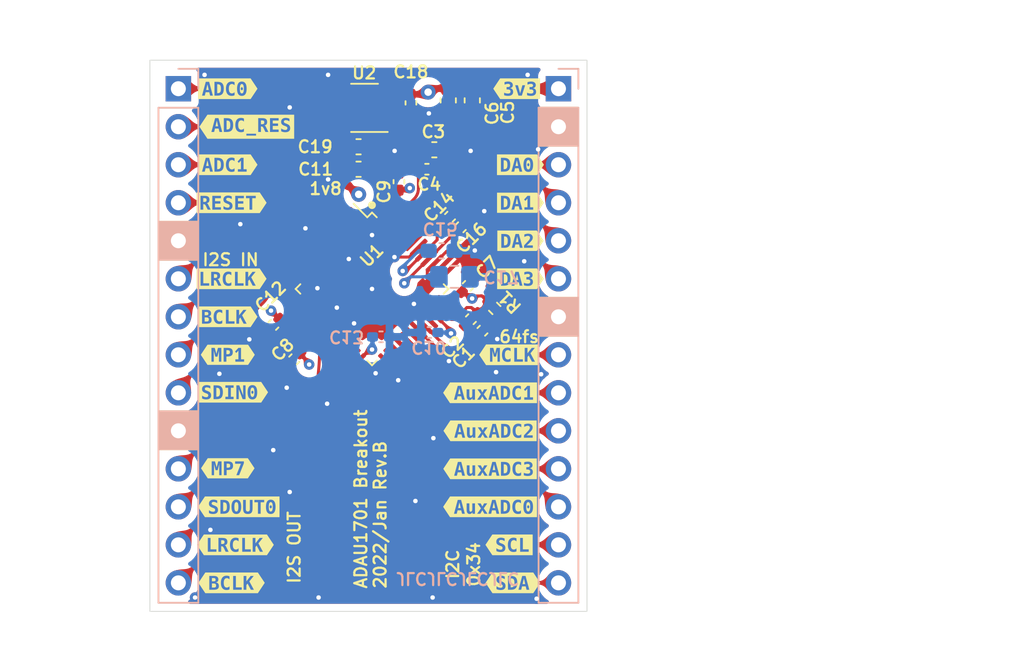
<source format=kicad_pcb>
(kicad_pcb (version 20221018) (generator pcbnew)
  (title_block (title "ADAU1701-RPPico-module") (date "2022-01-09") (rev "${REV}") (company "Akiyuki Okayasu"))
  (layers (0 "F.Cu" signal) (1 "In1.Cu" power) (2 "In2.Cu" power) (31 "B.Cu" signal) (34 "B.Paste" user) (35 "F.Paste" user) (36 "B.SilkS" user "B.Silkscreen") (37 "F.SilkS" user "F.Silkscreen") (38 "B.Mask" user) (39 "F.Mask" user) (44 "Edge.Cuts" user))
  (property "REV" "B")
  (net 0 "")
  (net 1 "Net-(C1-Pad1)")
  (net 2 "Net-(C1-Pad2)")
  (net 3 "+3V3")
  (net 4 "GND")
  (net 5 "Net-(C3-Pad2)")
  (net 6 "+1V8")
  (net 7 "Net-(C14-Pad2)")
  (net 8 "Net-(C16-Pad2)")
  (net 9 "1701_MP1")
  (net 10 "1701_MP7")
  (net 11 "/1701_VOUT0")
  (net 12 "/1701_VOUT1")
  (net 13 "/1701_VOUT2")
  (net 14 "/1701_VOUT3")
  (net 15 "/~{RESET}")
  (net 16 "/SDA")
  (net 17 "/SCL")
  (net 18 "1701_In_SDIN0")
  (net 19 "1701_In_LRCLK")
  (net 20 "1701_In_BCLK")
  (net 21 "1701_Out_SDOUT0")
  (net 22 "1701_Out_LRCLK")
  (net 23 "1701_Out_BCLK")
  (net 24 "1701_AuxADC0")
  (net 25 "1701_AuxADC1")
  (net 26 "1701_AuxADC2")
  (net 27 "1701_AuxADC3")
  (net 28 "/1701_ADC_RES")
  (net 29 "/1701_ADC0")
  (net 30 "/1701_ADC1")
  (net 31 "MCLK_In")
  (net 32 "Net-(TP1-Pad1)")
  (footprint "Capacitor_SMD:C_0603_1608Metric_Pad1.08x0.95mm_HandSolder" (layer "F.Cu") (at 136.5 63.8 180)
    (fp_text reference "C11")
    (fp_text value "10u")
  )
  (footprint "kibuzzard-61DADF53" (layer "F.Cu") (at 145.288 81.28)
    (fp_text reference "kibuzzard-61DADF53" hide)
    (fp_text value "G***" hide)
  )
  (footprint "Capacitor_SMD:C_0402_1005Metric_Pad0.74x0.62mm_HandSolder" (layer "F.Cu") (at 140 59.3675 -90)
    (fp_text reference "C18")
    (fp_text value "0.1u")
  )
  (footprint "kibuzzard-61DADF35" (layer "F.Cu") (at 145.288 86.36)
    (fp_text reference "kibuzzard-61DADF35" hide)
    (fp_text value "G***" hide)
  )
  (footprint "Capacitor_SMD:C_0603_1608Metric_Pad1.08x0.95mm_HandSolder" (layer "F.Cu") (at 144.1 59.2 -90)
    (fp_text reference "C6")
    (fp_text value "10u")
  )
  (footprint "kibuzzard-61DADEF7" (layer "F.Cu") (at 147.066 58.42)
    (fp_text reference "kibuzzard-61DADEF7" hide)
    (fp_text value "G***" hide)
  )
  (footprint "kibuzzard-61DADF5F" (layer "F.Cu") (at 145.288 83.82)
    (fp_text reference "kibuzzard-61DADF5F" hide)
    (fp_text value "G***" hide)
  )
  (footprint "kibuzzard-61DAD9D2" (layer "F.Cu") (at 146.558 88.9)
    (fp_text reference "kibuzzard-61DAD9D2" hide)
    (fp_text value "G***" hide)
  )
  (footprint "Package_QFP:LQFP-48_7x7mm_P0.5mm" (layer "F.Cu") (at 137.4 71.8 -45)
    (fp_text reference "U1")
    (fp_text value "ADAU1701")
  )
  (footprint "kibuzzard-61DAE5D9" (layer "F.Cu") (at 147.32 71.12)
    (fp_text reference "kibuzzard-61DAE5D9" hide)
    (fp_text value "G***" hide)
  )
  (footprint "Capacitor_SMD:C_0402_1005Metric_Pad0.74x0.62mm_HandSolder" (layer "F.Cu") (at 143.3296 67.6804 -135)
    (fp_text reference "C16")
    (fp_text value "0.1u")
  )
  (footprint "kibuzzard-61DADDE3" (layer "F.Cu") (at 127.762 58.42)
    (fp_text reference "kibuzzard-61DADDE3" hide)
    (fp_text value "G***" hide)
  )
  (footprint "Akiyuki_Footprint:TestPin_0.6SMD" (layer "F.Cu") (at 141.5 75.8)
    (fp_text reference "TP1" hide)
    (fp_text value "OSCO" hide)
  )
  (footprint "kibuzzard-61DADD90" (layer "F.Cu") (at 127.762 73.66)
    (fp_text reference "kibuzzard-61DADD90" hide)
    (fp_text value "G***" hide)
  )
  (footprint "kibuzzard-61DADDC6" (layer "F.Cu") (at 128.016 71.12)
    (fp_text reference "kibuzzard-61DADDC6" hide)
    (fp_text value "G***" hide)
  )
  (footprint "kibuzzard-61DBECE5" (layer "F.Cu") (at 128.496 86.36)
    (fp_text reference "kibuzzard-61DBECE5" hide)
    (fp_text value "G***" hide)
  )
  (footprint "kibuzzard-61DBECC0" (layer "F.Cu") (at 128.115 78.704)
    (fp_text reference "kibuzzard-61DBECC0" hide)
    (fp_text value "G***" hide)
  )
  (footprint "kibuzzard-61DADDF1" (layer "F.Cu") (at 127.762 63.5)
    (fp_text reference "kibuzzard-61DADDF1" hide)
    (fp_text value "G***" hide)
  )
  (footprint "kibuzzard-61DADAF6" (layer "F.Cu") (at 128.016 91.44)
    (fp_text reference "kibuzzard-61DADAF6" hide)
    (fp_text value "G***" hide)
  )
  (footprint "Akiyuki_Footprint:TestPin_0.6SMD" (layer "F.Cu") (at 135.8 64.9)
    (fp_text reference "TP2" hide)
    (fp_text value "1v8")
  )
  (footprint "Capacitor_SMD:C_0603_1608Metric_Pad1.08x0.95mm_HandSolder" (layer "F.Cu") (at 142.494 59.2 -90)
    (fp_text reference "C5")
    (fp_text value "10u")
  )
  (footprint "kibuzzard-61DADE19" (layer "F.Cu") (at 129.032 60.96)
    (fp_text reference "kibuzzard-61DADE19" hide)
    (fp_text value "G***" hide)
  )
  (footprint "Capacitor_SMD:C_0402_1005Metric_Pad0.74x0.62mm_HandSolder" (layer "F.Cu") (at 139.2 64.6325 90)
    (fp_text reference "C9")
    (fp_text value "0.1u")
  )
  (footprint "kibuzzard-61DAE5BF" (layer "F.Cu") (at 147.32 66.04)
    (fp_text reference "kibuzzard-61DAE5BF" hide)
    (fp_text value "G***" hide)
  )
  (footprint "kibuzzard-61DADAE1" (layer "F.Cu") (at 128.27 88.9)
    (fp_text reference "kibuzzard-61DADAE1" hide)
    (fp_text value "G***" hide)
  )
  (footprint "Capacitor_SMD:C_0603_1608Metric_Pad1.08x0.95mm_HandSolder" (layer "F.Cu") (at 141.5625 62.5 180)
    (fp_text reference "C3")
    (fp_text value "10u")
  )
  (footprint "kibuzzard-61DAE5E4" (layer "F.Cu") (at 147.32 63.5)
    (fp_text reference "kibuzzard-61DAE5E4" hide)
    (fp_text value "G***" hide)
  )
  (footprint "Package_TO_SOT_SMD:SOT-23-5_HandSoldering" (layer "F.Cu") (at 136.9 59.7 180)
    (fp_text reference "U2")
    (fp_text value "NJM12888")
  )
  (footprint "Capacitor_SMD:C_0402_1005Metric_Pad0.74x0.62mm_HandSolder" (layer "F.Cu") (at 143.8 71.6 45)
    (fp_text reference "C7")
    (fp_text value "0.1u")
  )
  (footprint "Capacitor_SMD:C_0402_1005Metric_Pad0.74x0.62mm_HandSolder" (layer "F.Cu") (at 132.2 76.5 -135)
    (fp_text reference "C8")
    (fp_text value "0.1u")
  )
  (footprint "kibuzzard-61DADE61" (layer "F.Cu") (at 128.016 66.04)
    (fp_text reference "kibuzzard-61DADE61" hide)
    (fp_text value "G***" hide)
  )
  (footprint "kibuzzard-61DAE5CD" (layer "F.Cu") (at 147.32 68.58)
    (fp_text reference "kibuzzard-61DAE5CD" hide)
    (fp_text value "G***" hide)
  )
  (footprint "kibuzzard-61DAD9F7" (layer "F.Cu") (at 146.812 91.44)
    (fp_text reference "kibuzzard-61DAD9F7" hide)
    (fp_text value "G***" hide)
  )
  (footprint "Capacitor_SMD:C_0402_1005Metric_Pad0.74x0.62mm_HandSolder" (layer "F.Cu") (at 130.81 74.201283 45)
    (fp_text reference "C12")
    (fp_text value "0.1u")
  )
  (footprint "kibuzzard-61DADCE9" (layer "F.Cu") (at 127.762 83.784)
    (fp_text reference "kibuzzard-61DADCE9" hide)
    (fp_text value "G***" hide)
  )
  (footprint "Capacitor_SMD:C_0402_1005Metric_Pad0.74x0.62mm_HandSolder" (layer "F.Cu") (at 144.01 73.82 45)
    (fp_text reference "C2")
    (fp_text value "3n3")
  )
  (footprint "Capacitor_SMD:C_0603_1608Metric_Pad1.08x0.95mm_HandSolder" (layer "F.Cu") (at 136.5 62.3)
    (fp_text reference "C19")
    (fp_text value "2u2")
  )
  (footprint "kibuzzard-61DAB0B4" (layer "F.Cu") (at 146.558 76.2)
    (fp_text reference "kibuzzard-61DAB0B4" hide)
    (fp_text value "G***" hide)
  )
  (footprint "Capacitor_SMD:C_0402_1005Metric_Pad0.74x0.62mm_HandSolder" (layer "F.Cu") (at 142.613283 66.974317 -135)
    (fp_text reference "C14")
    (fp_text value "0.1u")
  )
  (footprint "kibuzzard-61DADCF9" (layer "F.Cu") (at 127.762 76.2)
    (fp_text reference "kibuzzard-61DADCF9" hide)
    (fp_text value "G***" hide)
  )
  (footprint "kibuzzard-61DADF43" (layer "F.Cu") (at 145.288 78.74)
    (fp_text reference "kibuzzard-61DADF43" hide)
    (fp_text value "G***" hide)
  )
  (footprint "Resistor_SMD:R_0402_1005Metric_Pad0.72x0.64mm_HandSolder" (layer "F.Cu") (at 145.6 73.1 -45)
    (fp_text reference "R1")
    (fp_text value "475")
  )
  (footprint "Capacitor_SMD:C_0402_1005Metric_Pad0.74x0.62mm_HandSolder" (layer "F.Cu") (at 144.78 74.59 45)
    (fp_text reference "C1")
    (fp_text value "56n")
  )
  (footprint "Capacitor_SMD:C_0402_1005Metric_Pad0.74x0.62mm_HandSolder" (layer "F.Cu") (at 141.0675 63.8 180)
    (fp_text reference "C4")
    (fp_text value "0.1u")
  )
  (footprint "Capacitor_SMD:C_0603_1608Metric_Pad1.08x0.95mm_HandSolder" (layer "B.Cu") (at 142.0525 69.25 180)
    (fp_text reference "C15")
    (fp_text value "10u")
  )
  (footprint "Connector_PinHeader_2.54mm:PinHeader_1x14_P2.54mm_Vertical" (layer "B.Cu") (at 149.86 58.42 180)
    (fp_text reference "J2" hide)
    (fp_text value "Conn_01x14")
  )
  (footprint "Capacitor_SMD:C_0402_1005Metric_Pad0.74x0.62mm_HandSolder" (layer "B.Cu") (at 138 75 180)
    (fp_text reference "C13")
    (fp_text value "0.1u")
  )
  (footprint "Capacitor_SMD:C_0805_2012Metric_Pad1.18x1.45mm_HandSolder" (layer "B.Cu") (at 142.9075 70.99 180)
    (fp_text reference "C17")
    (fp_text value "47u")
  )
  (footprint "Capacitor_SMD:C_0402_1005Metric_Pad0.74x0.62mm_HandSolder" (layer "B.Cu") (at 141.23 74.71 180)
    (fp_text reference "C10")
    (fp_text value "0.1u")
  )
  (footprint "Connector_PinHeader_2.54mm:PinHeader_1x14_P2.54mm_Vertical" (layer "B.Cu") (at 124.46 58.42 180)
    (fp_text reference "J1" hide)
    (fp_text value "Conn_01x14")
  )
  (gr_rect (start 148.59 59.69) (end 151.13 62.23) (stroke (width 0.12)) (fill solid) (layer "B.SilkS"))
  (gr_rect (start 148.59 72.39) (end 151.13 74.93) (stroke (width 0.12)) (fill solid) (layer "B.SilkS"))
  (gr_rect (start 123.19 79.974) (end 125.73 82.514) (stroke (width 0.12)) (fill solid) (layer "B.SilkS"))
  (gr_rect (start 123.19 67.31) (end 125.73 69.85) (stroke (width 0.12)) (fill solid) (layer "B.SilkS"))
  (gr_rect (start 123.19 67.31) (end 125.73 69.85) (stroke (width 0.12)) (fill solid) (layer "F.SilkS"))
  (gr_rect (start 148.59 59.69) (end 151.13 62.23) (stroke (width 0.12)) (fill solid) (layer "F.SilkS"))
  (gr_circle (center 137.4 66.2) (end 137.6 66.2) (stroke (width 0.12)) (fill solid) (layer "F.SilkS"))
  (gr_rect (start 148.59 72.39) (end 151.13 74.93) (stroke (width 0.12)) (fill solid) (layer "F.SilkS"))
  (gr_rect (start 123.19 79.974) (end 125.73 82.514) (stroke (width 0.12)) (fill solid) (layer "F.SilkS"))
  (gr_rect (start 122.555 56.515) (end 151.765 93.345) (stroke (width 0.05)) (fill none) (layer "Edge.Cuts"))
  (gr_text "JLCJLCJLCJLC" (at 138.91 91.15 180) (layer "B.SilkS") (effects (font (size 0.8 0.8)) (justify left mirror)))
  (gr_text "I2C" (at 142.8 91.27 90) (layer "F.SilkS") (effects (font (size 0.8 0.8)) (justify left)))
  (gr_text "I2S IN" (at 125.984 69.85) (layer "F.SilkS") (effects (font (size 0.8 0.8)) (justify left)))
  (gr_text "0x34" (at 144.2 91.77 90) (layer "F.SilkS") (effects (font (size 0.8 0.8)) (justify left)))
  (gr_text "ADAU1701 Breakout\n2022/Jan Rev.${REV}" (at 137.3 91.9 90) (layer "F.SilkS") (effects (font (size 0.8 0.8)) (justify left)))
  (gr_text "64fs" (at 145.8188 74.9956) (layer "F.SilkS") (effects (font (size 0.8 0.8)) (justify left)))
  (gr_text "I2S OUT" (at 132.2 91.57 90) (layer "F.SilkS") (effects (font (size 0.8 0.8)) (justify left)))
  (segment (start 143.227434 73.84) (end 143.608717 74.221283) (width 0.2) (layer "F.Cu") (net 1))
  (segment (start 144.378717 74.991283) (end 143.608717 74.221283) (width 0.2) (layer "F.Cu") (net 1))
  (segment (start 142.730644 73.84) (end 143.227434 73.84) (width 0.2) (layer "F.Cu") (net 1))
  (segment (start 141.934322 73.152342) (end 142.545143 73.763163) (width 0.2) (layer "F.Cu") (net 1))
  (arc (start 142.545143 73.763163) (mid 142.630252 73.820031) (end 142.730644 73.84) (width 0.2) (layer "F.Cu") (net 1))
  (segment (start 145.181283 74.188717) (end 145.356275 74.188717) (width 0.2) (layer "F.Cu") (net 2))
  (segment (start 145.356275 74.188717) (end 146.022496 73.522496) (width 0.2) (layer "F.Cu") (net 2))
  (segment (start 134.279891 74.566555) (end 134.279891 74.570109) (width 0.2) (layer "F.Cu") (net 3))
  (segment (start 143.398717 72.001283) (end 143.541283 72.001283) (width 0.2) (layer "F.Cu") (net 3))
  (segment (start 133.2 76.85) (end 133.2 76.75) (width 0.2) (layer "F.Cu") (net 3))
  (segment (start 134.279891 74.570109) (end 132.751283 76.098717) (width 0.2) (layer "F.Cu") (net 3))
  (segment (start 144.032566 73.04) (end 144.411283 73.418717) (width 0.2) (layer "F.Cu") (net 3))
  (segment (start 144.411283 73.418717) (end 144.436291 73.418717) (width 0.2) (layer "F.Cu") (net 3))
  (segment (start 139.2 65.2) (end 139.7835 65.2) (width 0.2) (layer "F.Cu") (net 3))
  (segment (start 142.451212 72.798788) (end 143.248717 72.001283) (width 0.2) (layer "F.Cu") (net 3))
  (segment (start 145.177504 72.677504) (end 145.147504 72.677504) (width 0.2) (layer "F.Cu") (net 3))
  (segment (start 141.15 58.65) (end 141.4 58.4) (width 0.4) (layer "F.Cu") (net 3))
  (segment (start 144.26 72.27) (end 144.09 72.44) (width 0.2) (layer "F.Cu") (net 3))
  (segment (start 138.398788 66.901212) (end 138.911286 66.388714) (width 0.2) (layer "F.Cu") (net 3))
  (segment (start 139.2 65.691696) (end 139.2 65.2) (width 0.2) (layer "F.Cu") (net 3))
  (segment (start 140 58.8) (end 138.3 58.8) (width 0.4) (layer "F.Cu") (net 3))
  (segment (start 140 58.8) (end 141 58.8) (width 0.4) (layer "F.Cu") (net 3))
  (segment (start 141.4 58.4) (end 142.4315 58.4) (width 0.4) (layer "F.Cu") (net 3))
  (segment (start 137.25 60.65) (end 136.8 60.2) (width 0.4) (layer "F.Cu") (net 3))
  (segment (start 138.3 58.8) (end 138.25 58.75) (width 0.4) (layer "F.Cu") (net 3))
  (segment (start 144.74 72.27) (end 144.26 72.27) (width 0.2) (layer "F.Cu") (net 3))
  (segment (start 144.436291 73.418717) (end 145.177504 72.677504) (width 0.2) (layer "F.Cu") (net 3))
  (segment (start 136.8 60.2) (end 136.8 59.1) (width 0.4) (layer "F.Cu") (net 3))
  (segment (start 142.287876 72.817876) (end 142.92 73.45) (width 0.2) (layer "F.Cu") (net 3))
  (segment (start 143.541283 72.001283) (end 143.98 72.44) (width 0.2) (layer "F.Cu") (net 3))
  (segment (start 142.68 74.77) (end 142.68 74.605126) (width 0.2) (layer "F.Cu") (net 3))
  (segment (start 142.4315 58.4) (end 142.494 58.3375) (width 0.4) (layer "F.Cu") (net 3))
  (segment (start 132.601283 76.151283) (end 132.601283 76.098717) (width 0.2) (layer "F.Cu") (net 3))
  (segment (start 138.398788 66.912124) (end 138.398788 66.901212) (width 0.2) (layer "F.Cu") (net 3))
  (segment (start 149.86 58.42) (end 144.1825 58.42) (width 0.6) (layer "F.Cu") (net 3))
  (segment (start 132.751283 76.098717) (end 132.601283 76.098717) (width 0.2) (layer "F.Cu") (net 3))
  (segment (start 137.15 58.75) (end 138.25 58.75) (width 0.4) (layer "F.Cu") (net 3))
  (segment (start 141 58.8) (end 141.15 58.65) (width 0.4) (layer "F.Cu") (net 3))
  (segment (start 142.287876 72.798788) (end 142.451212 72.798788) (width 0.2) (layer "F.Cu") (net 3))
  (segment (start 144.1825 58.42) (end 144.1 58.3375) (width 0.6) (layer "F.Cu") (net 3))
  (segment (start 138.25 60.65) (end 137.25 60.65) (width 0.4) (layer "F.Cu") (net 3))
  (segment (start 143.74 73.04) (end 144.032566 73.04) (width 0.2) (layer "F.Cu") (net 3))
  (segment (start 143.248717 72.001283) (end 143.398717 72.001283) (width 0.2) (layer "F.Cu") (net 3))
  (segment (start 145.147504 72.677504) (end 144.74 72.27) (width 0.2) (layer "F.Cu") (net 3))
  (segment (start 136.8 59.1) (end 137.15 58.75) (width 0.4) (layer "F.Cu") (net 3))
  (segment (start 144.1 58.3375) (end 142.494 58.3375) (width 0.6) (layer "F.Cu") (net 3))
  (segment (start 142.92 73.45) (end 143.33 73.45) (width 0.2) (layer "F.Cu") (net 3))
  (segment (start 133.2 76.75) (end 132.601283 76.151283) (width 0.2) (layer "F.Cu") (net 3))
  (segment (start 143.33 73.45) (end 143.74 73.04) (width 0.2) (layer "F.Cu") (net 3))
  (segment (start 139.7835 65.2) (end 139.9235 65.06) (width 0.2) (layer "F.Cu") (net 3))
  (segment (start 142.68 74.605126) (end 141.580769 73.505895) (width 0.2) (layer "F.Cu") (net 3))
  (segment (start 143.98 72.44) (end 144.09 72.44) (width 0.2) (layer "F.Cu") (net 3))
  (segment (start 142.287876 72.798788) (end 142.287876 72.817876) (width 0.2) (layer "F.Cu") (net 3))
  (via (at 142.68 74.77) (size 0.7) (drill 0.3) (layers "F.Cu" "B.Cu") (net 3))
  (via (at 133.2 76.85) (size 0.7) (drill 0.3) (layers "F.Cu" "B.Cu") (net 3))
  (via (at 141.15 58.65) (size 1) (drill 0.5) (layers "F.Cu" "B.Cu") (net 3))
  (via (at 144.09 72.44) (size 0.7) (drill 0.3) (layers "F.Cu" "B.Cu") (net 3))
  (via (at 139.9235 65.06) (size 0.7) (drill 0.3) (layers "F.Cu" "B.Cu") (net 3))
  (arc (start 138.911286 66.388714) (mid 139.124966 66.068919) (end 139.2 65.691696) (width 0.2) (layer "F.Cu") (net 3))
  (segment (start 142.62 74.71) (end 141.7975 74.71) (width 0.2) (layer "B.Cu") (net 3))
  (segment (start 142.68 74.77) (end 142.62 74.71) (width 0.2) (layer "B.Cu") (net 3))
  (segment (start 138.25 59.7) (end 139.26 59.7) (width 0.4) (layer "F.Cu") (net 4))
  (segment (start 137.4 67.9) (end 136.412124 66.912124) (width 0.2) (layer "F.Cu") (net 4))
  (segment (start 132.95 67.75) (end 132.996446 67.75) (width 0.2) (layer "F.Cu") (net 4))
  (segment (start 136.2 74.8) (end 135.372785 75.627215) (width 0.2) (layer "F.Cu") (net 4))
  (segment (start 141.525495 70.094105) (end 141.0944 70.5252) (width 0.2) (layer "F.Cu") (net 4))
  (segment (start 134.633445 68.683445) (end 134.633445 68.679891) (width 0.2) (layer "F.Cu") (net 4))
  (segment (start 141.23 71.77) (end 140.2 72.8) (width 0.2) (layer "F.Cu") (net 4))
  (segment (start 141.0944 71.6344) (end 141.23 71.77) (width 0.2) (layer "F.Cu") (net 4))
  (segment (start 135.75 69.8) (end 134.633445 68.683445) (width 0.2) (layer "F.Cu") (net 4))
  (segment (start 135.05 69.8) (end 134.283445 69.033445) (width 0.2) (layer "F.Cu") (net 4))
  (segment (start 138.398788 76.698788) (end 139.15 77.45) (width 0.2) (layer "F.Cu") (net 4))
  (segment (start 138.9 69.67) (end 139.883554 69.67) (width 0.2) (layer "F.Cu") (net 4))
  (segment (start 139.883554 69.67) (end 140.520109 69.033445) (width 0.2) (layer "F.Cu") (net 4))
  (segment (start 139.965 59.97) (end 140 59.935) (width 0.4) (layer "F.Cu") (net 4))
  (segment (start 141.227215 73.859449) (end 140.2 72.832234) (width 0.3) (layer "F.Cu") (net 4))
  (segment (start 141.23 71.450598) (end 141.23 71.77) (width 0.2) (layer "F.Cu") (net 4))
  (segment (start 136.16066 74.1) (end 134.986998 75.273662) (width 0.2) (layer "F.Cu") (net 4))
  (segment (start 135.85 69.8) (end 135.75 69.8) (width 0.2) (layer "F.Cu") (net 4))
  (segment (start 141.0944 70.5252) (end 141.0944 71.6344) (width 0.2) (layer "F.Cu") (net 4))
  (segment (start 136.2 74.1) (end 136.16066 74.1) (width 0.2) (layer "F.Cu") (net 4))
  (segment (start 142.3898 69.2806) (end 144.2186 69.2806) (width 0.2) (layer "F.Cu") (net 4))
  (segment (start 137.4 68.2) (end 137.4 67.9) (width 0.2) (layer "F.Cu") (net 4))
  (segment (start 141.635 63.8) (end 142.1 63.8) (width 0.4) (layer "F.Cu") (net 4))
  (segment (start 136.412124 66.912124) (end 136.401212 66.912124) (width 0.2) (layer "F.Cu") (net 4))
  (segment (start 135.372785 75.627215) (end 135.340551 75.627215) (width 0.2) (layer "F.Cu") (net 4))
  (segment (start 133.85 67.9) (end 134.629891 68.679891) (width 0.2) (layer "F.Cu") (net 4))
  (segment (start 132.996446 67.75) (end 134.279891 69.033445) (width 0.2) (layer "F.Cu") (net 4))
  (segment (start 139.15 77.45) (end 139.15 77.9) (width 0.2) (layer "F.Cu") (net 4))
  (segment (start 135.05 73.08934) (end 133.926338 74.213002) (width 0.2) (layer "F.Cu") (net 4))
  (segment (start 133.1 67.9) (end 133.85 67.9) (width 0.2) (layer "F.Cu") (net 4))
  (segment (start 141.580769 70.094105) (end 141.525495 70.094105) (width 0.2) (layer "F.Cu") (net 4))
  (segment (start 141.580769 70.089631) (end 142.3898 69.2806) (width 0.2) (layer "F.Cu") (net 4))
  (segment (start 135.05 73.05) (end 135.05 73.08934) (width 0.2) (layer "F.Cu") (net 4))
  (segment (start 144.4056 66.1056) (end 144.9 66.6) (width 0.6) (layer "F.Cu") (net 4))
  (segment (start 141.934322 70.475678) (end 141.421341 70.988659) (width 0.2) (layer "F.Cu") (net 4))
  (segment (start 142.1 63.8) (end 142.425 63.475) (width 0.4) (layer "F.Cu") (net 4))
  (segment (start 134.283445 69.033445) (end 134.279891 69.033445) (width 0.2) (layer "F.Cu") (net 4))
  (segment (start 143.482 66.1056) (end 144.4056 66.1056) (width 0.6) (layer "F.Cu") (net 4))
  (segment (start 140.166555 74.920109) (end 139.1 73.853554) (width 0.3) (layer "F.Cu") (net 4))
  (segment (start 139.26 59.7) (end 139.53 59.97) (width 0.4) (layer "F.Cu") (net 4))
  (segment (start 144.2186 69.2806) (end 144.2694 69.2298) (width 0.2) (layer "F.Cu") (net 4))
  (segment (start 133.75 71.75) (end 133.460912 71.75) (width 0.2) (layer "F.Cu") (net 4))
  (segment (start 142.425 63.475) (end 142.425 62.5) (width 0.4) (layer "F.Cu") (net 4))
  (segment (start 139.53 59.97) (end 139.965 59.97) (width 0.4) (layer "F.Cu") (net 4))
  (segment (start 132.95 67.75) (end 133.1 67.9) (width 0.2) (layer "F.Cu") (net 4))
  (segment (start 143.014566 66.573034) (end 143.482 66.1056) (width 0.6) (layer "F.Cu") (net 4))
  (segment (start 135.85 69.8) (end 135.05 69.8) (width 0.2) (layer "F.Cu") (net 4))
  (segment (start 124.73802 81.28) (end 124.46 81.28) (width 0.2) (layer "F.Cu") (net 4))
  (segment (start 137.3625 63.8) (end 137.3625 62.3) (width 0.6) (layer "F.Cu") (net 4))
  (segment (start 136.2 74.1) (end 136.2 74.8) (width 0.2) (layer "F.Cu") (net 4))
  (segment (start 141.580769 70.094105) (end 141.580769 70.089631) (width 0.2) (layer "F.Cu") (net 4))
  (segment (start 140.2 72.832234) (end 140.2 72.8) (width 0.3) (layer "F.Cu") (net 4))
  (segment (start 133.460912 71.75) (end 132.512124 70.801212) (width 0.2) (layer "F.Cu") (net 4))
  (via (at 125.575 92.42) (size 0.7) (drill 0.3) (layers "F.Cu" "B.Cu") (net 4))
  (via (at 145.768 75.148) (size 0.7) (drill 0.3) (layers "F.Cu" "B.Cu") (net 4))
  (via (at 143.99 62.575) (size 0.7) (drill 0.3) (layers "F.Cu" "B.Cu") (net 4))
  (via (at 133.83 92.42) (size 0.7) (drill 0.3) (layers "F.Cu" "B.Cu") (net 4))
  (via (at 133.75 71.75) (size 0.7) (drill 0.3) (layers "F.Cu" "B.Cu") (net 4))
  (via (at 138.91 62.575) (size 0.7) (drill 0.3) (layers "F.Cu" "B.Cu") (net 4))
  (via (at 148.5 62.47) (size 0.7) (drill 0.3) (layers "F.Cu" "B.Cu") (net 4))
  (via (at 142.54 76.62) (size 0.7) (drill 0.3) (layers "F.Cu" "B.Cu") (net 4))
  (via (at 140.2 72.8) (size 0.7) (drill 0.3) (layers "F.Cu" "B.Cu") (net 4))
  (via (at 147.8 57.495) (size 0.7) (drill 0.3) (layers "F.Cu" "B.Cu") (net 4))
  (via (at 135.85 69.8) (size 0.7) (drill 0.3) (layers "F.Cu" "B.Cu") (net 4))
  (via (at 126.6 87.9) (size 0.7) (drill 0.3) (layers "F.Cu" "B.Cu") (net 4))
  (via (at 141.5 81.77) (size 0.7) (drill 0.3) (layers "F.Cu" "B.Cu") (net 4))
  (via (at 148.7 77.5) (size 0.7) (drill 0.3) (layers "F.Cu" "B.Cu") (net 4))
  (via (at 137.4 68.2) (size 0.7) (drill 0.3) (layers "F.Cu" "B.Cu") (net 4))
  (via (at 147.57 69.95) (size 0.7) (drill 0.3) (layers "F.Cu" "B.Cu") (net 4))
  (via (at 134.465 64.48) (size 0.7) (drill 0.3) (layers "F.Cu" "B.Cu") (net 4))
  (via (at 140.3 85.97) (size 0.7) (drill 0.3) (layers "F.Cu" "B.Cu") (net 4))
  (via (at 134.4 79.47) (size 0.7) (drill 0.3) (layers "F.Cu" "B.Cu") (net 4))
  (via (at 148.4 92.5) (size 0.7) (drill 0.3) (layers "F.Cu" "B.Cu") (net 4))
  (via (at 131.7 78.4) (size 0.7) (drill 0.3) (layers "F.Cu" "B.Cu") (net 4))
  (via (at 127.2 77.47) (size 0.7) (drill 0.3) (layers "F.Cu" "B.Cu") (net 4))
  (via (at 135.05 73.05) (size 0.7) (drill 0.3) (layers "F.Cu" "B.Cu") (net 4))
  (via (at 130.8 82.57) (size 0.7) (drill 0.3) (layers "F.Cu" "B.Cu") (net 4))
  (via (at 128.6 67.47) (size 0.7) (drill 0.3) (layers "F.Cu" "B.Cu") (net 4))
  (via (at 141.2 60.07) (size 0.7) (drill 0.3) (layers "F.Cu" "B.Cu") (net 4))
  (via (at 129.2 75.17) (size 0.7) (drill 0.3) (layers "F.Cu" "B.Cu") (net 4))
  (via (at 137.4 71.8) (size 0.7) (drill 0.3) (layers "F.Cu" "B.Cu") (net 4))
  (via (at 131.9 85.37) (size 0.7) (drill 0.3) (layers "F.Cu" "B.Cu") (net 4))
  (via (at 137.64 77.434) (size 0.7) (drill 0.3) (layers "F.Cu" "B.Cu") (net 4))
  (via (at 144.2694 69.2298) (size 0.7) (drill 0.3) (layers "F.Cu" "B.Cu") (net 4))
  (via (at 139.15 77.9) (size 0.7) (drill 0.3) (layers "F.Cu" "B.Cu") (net 4))
  (via (at 126.21 57.495) (size 0.7) (drill 0.3) (layers "F.Cu" "B.Cu") (net 4))
  (via (at 141.45 92.42) (size 0.7) (drill 0.3) (layers "F.Cu" "B.Cu") (net 4))
  (via (at 138.9 69.67) (size 0.7) (drill 0.3) (layers "F.Cu" "B.Cu") (net 4))
  (via (at 136.2 74.1) (size 0.7) (drill 0.3) (layers "F.Cu" "B.Cu") (net 4))
  (via (at 131.9 59.67) (size 0.7) (drill 0.3) (layers "F.Cu" "B.Cu") (net 4))
  (via (at 132.95 67.75) (size 0.7) (drill 0.3) (layers "F.Cu" "B.Cu") (net 4))
  (via (at 134.465 57.495) (size 0.7) (drill 0.3) (layers "F.Cu" "B.Cu") (net 4))
  (via (at 144.9 66.6) (size 0.7) (drill 0.3) (layers "F.Cu" "B.Cu") (net 4))
  (via (at 145.69 77.36) (size 0.7) (drill 0.3) (layers "F.Cu" "B.Cu") (net 4))
  (arc (start 141.23 71.450598) (mid 141.279728 71.200599) (end 141.421341 70.988659) (width 0.2) (layer "F.Cu") (net 4))
  (segment (start 138.752342 67.265678) (end 138.752342 67.247658) (width 0.2) (layer "F.Cu") (net 5))
  (segment (start 140.5 63.8) (end 140.5 62.7) (width 0.4) (layer "F.Cu") (net 5))
  (segment (start 140.5 65.085786) (end 140.5 63.8) (width 0.2) (layer "F.Cu") (net 5))
  (segment (start 140.5 62.7) (end 140.7 62.5) (width 0.4) (layer "F.Cu") (net 5))
  (segment (start 138.752342 67.247658) (end 140.207107 65.792893) (width 0.2) (layer "F.Cu") (net 5))
  (arc (start 140.207107 65.792893) (mid 140.42388 65.46847) (end 140.5 65.085786) (width 0.2) (layer "F.Cu") (net 5))
  (segment (start 135.55 62.2125) (end 135.6375 62.3) (width 0.4) (layer "F.Cu") (net 6))
  (segment (start 135.8 64.9) (end 135.9 64.9) (width 0.4) (layer "F.Cu") (net 6))
  (segment (start 136.5 65.49) (end 136.51 65.48) (width 0.4) (layer "F.Cu") (net 6))
  (segment (start 135.6375 64.7375) (end 135.8 64.9) (width 0.4) (layer "F.Cu") (net 6))
  (segment (start 137.4 75.85) (end 137.239088 75.85) (width 0.2) (layer "F.Cu") (net 6))
  (segment (start 137.239088 75.85) (end 136.401212 76.687876) (width 0.2) (layer "F.Cu") (net 6))
  (segment (start 135.6375 62.3) (end 135.6375 63.8) (width 0.4) (layer "F.Cu") (net 6))
  (segment (start 135.6375 63.8) (end 135.6375 64.7375) (width 0.4) (layer "F.Cu") (net 6))
  (segment (start 131.211283 73.8) (end 131.510912 73.8) (width 0.2) (layer "F.Cu") (net 6))
  (segment (start 135.9 64.9) (end 136.5 65.5) (width 0.4) (layer "F.Cu") (net 6))
  (segment (start 135.55 60.65) (end 135.55 62.2125) (width 0.4) (layer "F.Cu") (net 6))
  (segment (start 131.2 73.8) (end 130.65 73.25) (width 0.2) (layer "F.Cu") (net 6))
  (segment (start 136.5 65.5) (end 136.5 65.49) (width 0.4) (layer "F.Cu") (net 6))
  (segment (start 131.211283 73.8) (end 131.2 73.8) (width 0.2) (layer "F.Cu") (net 6))
  (segment (start 131.510912 73.8) (end 132.512124 72.798788) (width 0.2) (layer "F.Cu") (net 6))
  (via (at 137.4 75.85) (size 0.7) (drill 0.3) (layers "F.Cu" "B.Cu") (net 6))
  (via (at 136.51 65.48) (size 1) (drill 0.5) (layers "F.Cu" "B.Cu") (net 6))
  (via (at 130.65 73.25) (size 0.7) (drill 0.3) (layers "F.Cu" "B.Cu") (net 6))
  (segment (start 137.4325 75.8175) (end 137.4 75.85) (width 0.2) (layer "B.Cu") (net 6))
  (segment (start 137.4325 75) (end 137.4325 75.8175) (width 0.2) (layer "B.Cu") (net 6))
  (segment (start 139.45 70.6) (end 139.66066 70.6) (width 0.2) (layer "F.Cu") (net 7))
  (segment (start 141.7548 67.8328) (end 142.212 67.3756) (width 0.2) (layer "F.Cu") (net 7))
  (segment (start 141.7548 68.5186) (end 141.7548 67.8328) (width 0.2) (layer "F.Cu") (net 7))
  (segment (start 140.886402 69.386998) (end 141.7548 68.5186) (width 0.2) (layer "F.Cu") (net 7))
  (segment (start 139.66066 70.6) (end 140.873662 69.386998) (width 0.2) (layer "F.Cu") (net 7))
  (segment (start 140.873662 69.386998) (end 140.886402 69.386998) (width 0.2) (layer "F.Cu") (net 7))
  (segment (start 140.873662 69.386998) (end 140.873662 69.376338) (width 0.2) (layer "F.Cu") (net 7))
  (via (at 139.45 70.6) (size 0.7) (drill 0.3) (layers "F.Cu" "B.Cu") (net 7))
  (segment (start 139.45 70.32) (end 140.52 69.25) (width 0.2) (layer "B.Cu") (net 7))
  (segment (start 140.52 69.25) (end 141.19 69.25) (width 0.2) (layer "B.Cu") (net 7))
  (segment (start 139.45 70.6) (end 139.45 70.32) (width 0.2) (layer "B.Cu") (net 7))
  (segment (start 139.555522 71.419739) (end 139.555522 71.412244) (width 0.2) (layer "F.Cu") (net 8))
  (segment (start 141.244049 69.740551) (end 142.902917 68.081683) (width 0.2) (layer "F.Cu") (net 8))
  (segment (start 139.555522 71.412244) (end 141.227215 69.740551) (width 0.2) (layer "F.Cu") (net 8))
  (segment (start 142.902917 68.081683) (end 142.928317 68.081683) (width 0.2) (layer "F.Cu") (net 8))
  (segment (start 141.227215 69.740551) (end 141.244049 69.740551) (width 0.2) (layer "F.Cu") (net 8))
  (via (at 139.555522 71.419739) (size 0.7) (drill 0.3) (layers "F.Cu" "B.Cu") (net 8))
  (segment (start 139.555522 71.419739) (end 139.985261 70.99) (width 0.2) (layer "B.Cu") (net 8))
  (segment (start 139.985261 70.99) (end 141.87 70.99) (width 0.2) (layer "B.Cu") (net 8))
  (segment (start 131.894214 69.2) (end 131.910912 69.2) (width 0.2) (layer "F.Cu") (net 9))
  (segment (start 132.490006 69.36488) (end 133.219231 70.094105) (width 0.2) (layer "F.Cu") (net 9))
  (segment (start 124.46 76.2) (end 124.48 76.2) (width 0.2) (layer "F.Cu") (net 9))
  (segment (start 131.910912 69.2) (end 132.09196 69.200002) (width 0.2) (layer "F.Cu") (net 9))
  (segment (start 124.48 76.2) (end 131.187107 69.492893) (width 0.2) (layer "F.Cu") (net 9))
  (arc (start 131.187107 69.492893) (mid 131.51153 69.27612) (end 131.894214 69.2) (width 0.2) (layer "F.Cu") (net 9))
  (arc (start 132.490006 69.36488) (mid 132.307381 69.242853) (end 132.09196 69.200002) (width 0.2) (layer "F.Cu") (net 9))
  (segment (start 124.46 83.82) (end 127.793488 80.486512) (width 0.2) (layer "F.Cu") (net 10))
  (segment (start 129.393002 76.625018) (end 132.865678 73.152342) (width 0.2) (layer "F.Cu") (net 10))
  (arc (start 128.5 78.780915) (mid 128.316383 79.703943) (end 127.793488 80.486512) (width 0.2) (layer "F.Cu") (net 10))
  (arc (start 128.5 78.780915) (mid 128.732084 77.614152) (end 129.393002 76.625018) (width 0.2) (layer "F.Cu") (net 10))
  (segment (start 149.86 63.5) (end 144.920893 63.5) (width 0.2) (layer "F.Cu") (net 11))
  (segment (start 142.026038 64.699088) (end 139.105895 67.619231) (width 0.2) (layer "F.Cu") (net 11))
  (arc (start 142.026038 64.699088) (mid 143.354209 63.811633) (end 144.920893 63.5) (width 0.2) (layer "F.Cu") (net 11))
  (segment (start 139.459449 67.972785) (end 139.527215 67.972785) (width 0.2) (layer "F.Cu") (net 12))
  (segment (start 148.586777 64.766777) (end 149.86 66.04) (width 0.2) (layer "F.Cu") (net 12))
  (segment (start 139.527215 67.972785) (end 140.198122 67.301878) (width 0.2) (layer "F.Cu") (net 12))
  (segment (start 140.410206 66.789794) (end 142.107378 65.092622) (width 0.2) (layer "F.Cu") (net 12))
  (segment (start 144.020937 64.3) (end 147.459878 64.3) (width 0.2) (layer "F.Cu") (net 12))
  (arc (start 144.020937 64.3) (mid 142.985326 64.505996) (end 142.107378 65.092622) (width 0.2) (layer "F.Cu") (net 12))
  (arc (start 147.459878 64.3) (mid 148.069751 64.421311) (end 148.586777 64.766777) (width 0.2) (layer "F.Cu") (net 12))
  (arc (start 140.410206 66.789794) (mid 140.328642 66.911863) (end 140.3 67.055922) (width 0.2) (layer "F.Cu") (net 12))
  (arc (start 140.198122 67.301878) (mid 140.273523 67.189032) (end 140.3 67.055922) (width 0.2) (layer "F.Cu") (net 12))
  (segment (start 139.873662 68.326338) (end 140.71559 67.48441) (width 0.2) (layer "F.Cu") (net 13))
  (segment (start 139.813002 68.326338) (end 139.873662 68.326338) (width 0.2) (layer "F.Cu") (net 13))
  (segment (start 141.046445 66.653555) (end 142.235146 65.464854) (width 0.2) (layer "F.Cu") (net 13))
  (segment (start 147.32233 66.04233) (end 149.86 68.58) (width 0.2) (layer "F.Cu") (net 13))
  (segment (start 140.9 67.007107) (end 140.9 67.0392) (width 0.2) (layer "F.Cu") (net 13))
  (arc (start 144.081667 64.7) (mid 143.082337 64.898779) (end 142.235146 65.464854) (width 0.2) (layer "F.Cu") (net 13))
  (arc (start 140.71559 67.48441) (mid 140.852074 67.280146) (end 140.9 67.0392) (width 0.2) (layer "F.Cu") (net 13))
  (arc (start 147.32233 66.04233) (mid 145.835498 65.048861) (end 144.081667 64.7) (width 0.2) (layer "F.Cu") (net 13))
  (arc (start 141.046445 66.653555) (mid 140.938054 66.815777) (end 140.9 67.007107) (width 0.2) (layer "F.Cu") (net 13))
  (segment (start 149.86 71.12) (end 148.614853 69.874853) (width 0.2) (layer "F.Cu") (net 14))
  (segment (start 141.130324 67.716122) (end 140.166555 68.679891) (width 0.2) (layer "F.Cu") (net 14))
  (segment (start 142.423193 65.834757) (end 141.546446 66.711504) (width 0.2) (layer "F.Cu") (net 14))
  (segment (start 148.300007 68.667178) (end 148.299998 69.114704) (width 0.2) (layer "F.Cu") (net 14))
  (segment (start 147.969678 67.869678) (end 146.250597 66.150597) (width 0.2) (layer "F.Cu") (net 14))
  (arc (start 141.546446 66.711504) (mid 141.43806 66.873716) (end 141.4 67.065057) (width 0.2) (layer "F.Cu") (net 14))
  (arc (start 143.955641 65.2) (mid 143.126283 65.364968) (end 142.423193 65.834757) (width 0.2) (layer "F.Cu") (net 14))
  (arc (start 148.299998 69.114704) (mid 148.381822 69.526094) (end 148.614853 69.874853) (width 0.2) (layer "F.Cu") (net 14))
  (arc (start 141.4 67.065057) (mid 141.329914 67.417415) (end 141.130324 67.716122) (width 0.2) (layer "F.Cu") (net 14))
  (arc (start 147.969678 67.869678) (mid 148.21416 68.235574) (end 148.300007 68.667178) (width 0.2) (layer "F.Cu") (net 14))
  (arc (start 143.955641 65.2) (mid 145.197667 65.447052) (end 146.250597 66.150597) (width 0.2) (layer "F.Cu") (net 14))
  (segment (start 134.986998 68.326338) (end 134.224176 67.563516) (width 0.2) (layer "F.Cu") (net 15))
  (segment (start 130.546082 66.04) (end 124.46 66.04) (width 0.2) (layer "F.Cu") (net 15))
  (arc (start 130.546082 66.04) (mid 132.536652 66.435949) (end 134.224176 67.563516) (width 0.2) (layer "F.Cu") (net 15))
  (segment (start 149.86 91.44) (end 148.40399 91.44) (width 0.2) (layer "F.Cu") (net 16))
  (segment (start 135.260297 76.414577) (end 135.694105 75.980769) (width 0.2) (layer "F.Cu") (net 16))
  (segment (start 147.185132 90.935132) (end 135.260297 79.010297) (width 0.2) (layer "F.Cu") (net 16))
  (arc (start 148.40399 91.44) (mid 147.744349 91.308789) (end 147.185132 90.935132) (width 0.2) (layer "F.Cu") (net 16))
  (arc (start 135.260297 79.010297) (mid 134.722706 77.712437) (end 135.260297 76.414577) (width 0.2) (layer "F.Cu") (net 16))
  (segment (start 149.8494 88.8894) (end 148.025205 88.8894) (width 0.2) (layer "F.Cu") (net 17))
  (segment (start 135.501497 76.868503) (end 136.035678 76.334322) (width 0.2) (layer "F.Cu") (net 17))
  (segment (start 149.86 88.9) (end 149.8494 88.8894) (width 0.2) (layer "F.Cu") (net 17))
  (segment (start 145.342649 87.778249) (end 135.501497 77.937097) (width 0.2) (layer "F.Cu") (net 17))
  (arc (start 148.025205 88.8894) (mid 146.573416 88.600621) (end 145.342649 87.778249) (width 0.2) (layer "F.Cu") (net 17))
  (arc (start 135.501497 76.868503) (mid 135.280184 77.4028) (end 135.501497 77.937097) (width 0.2) (layer "F.Cu") (net 17))
  (segment (start 132.189878 69.771858) (end 132.865678 70.447658) (width 0.2) (layer "F.Cu") (net 18))
  (segment (start 131.915275 69.699999) (end 132.016393 69.699999) (width 0.2) (layer "F.Cu") (net 18))
  (segment (start 131.291717 69.95828) (end 131.244182 70.005813) (width 0.2) (layer "F.Cu") (net 18))
  (segment (start 124.46 78.74) (end 124.46 78.39) (width 0.2) (layer "F.Cu") (net 18))
  (segment (start 124.46 78.39) (end 130.112791 72.737209) (width 0.2) (layer "F.Cu") (net 18))
  (arc (start 131.244182 70.005813) (mid 130.819225 70.641788) (end 130.67 71.391978) (width 0.2) (layer "F.Cu") (net 18))
  (arc (start 130.112791 72.737209) (mid 130.525186 72.120016) (end 130.67 71.391978) (width 0.2) (layer "F.Cu") (net 18))
  (arc (start 131.291717 69.95828) (mid 131.577809 69.767125) (end 131.915275 69.699999) (width 0.2) (layer "F.Cu") (net 18))
  (arc (start 132.189878 69.771858) (mid 132.110282 69.718674) (end 132.016393 69.699999) (width 0.2) (layer "F.Cu") (net 18))
  (segment (start 124.46 71.12) (end 126.428295 69.151678) (width 0.2) (layer "F.Cu") (net 19))
  (segment (start 133.303885 68.764545) (end 133.926338 69.386998) (width 0.2) (layer "F.Cu") (net 19))
  (segment (start 127.888199 68.54696) (end 132.778588 68.54696) (width 0.2) (layer "F.Cu") (net 19))
  (arc (start 132.778588 68.54696) (mid 133.062877 68.603509) (end 133.303885 68.764545) (width 0.2) (layer "F.Cu") (net 19))
  (arc (start 127.888199 68.54696) (mid 127.098103 68.704121) (end 126.428295 69.151678) (width 0.2) (layer "F.Cu") (net 19))
  (segment (start 132.420115 68.873482) (end 131.442295 68.873474) (width 0.2) (layer "F.Cu") (net 20))
  (segment (start 132.907671 69.075437) (end 133.572785 69.740551) (width 0.2) (layer "F.Cu") (net 20))
  (segment (start 124.46 73.66) (end 124.54 73.66) (width 0.2) (layer "F.Cu") (net 20))
  (segment (start 124.54 73.66) (end 127.830483 70.369517) (width 0.2) (layer "F.Cu") (net 20))
  (arc (start 127.830483 70.369517) (mid 129.487597 69.262274) (end 131.442295 68.873474) (width 0.2) (layer "F.Cu") (net 20))
  (arc (start 132.907671 69.075437) (mid 132.683978 68.92597) (end 132.420115 68.873482) (width 0.2) (layer "F.Cu") (net 20))
  (segment (start 127.495155 83.324845) (end 124.46 86.36) (width 0.2) (layer "F.Cu") (net 21))
  (segment (start 133.219231 73.505895) (end 130.390667 76.334459) (width 0.2) (layer "F.Cu") (net 21))
  (arc (start 130.390667 76.334459) (mid 129.28741 77.985601) (end 128.9 79.93325) (width 0.2) (layer "F.Cu") (net 21))
  (arc (start 127.495155 83.324845) (mid 128.534892 81.768768) (end 128.9 79.93325) (width 0.2) (layer "F.Cu") (net 21))
  (segment (start 127.272513 85.977487) (end 124.46 88.79) (width 0.2) (layer "F.Cu") (net 22))
  (segment (start 133.572785 73.859449) (end 131.386243 76.045991) (width 0.2) (layer "F.Cu") (net 22))
  (segment (start 124.46 88.79) (end 124.46 88.9) (width 0.2) (layer "F.Cu") (net 22))
  (arc (start 127.272513 85.977487) (mid 129.291149 82.956384) (end 130 79.392751) (width 0.2) (layer "F.Cu") (net 22))
  (arc (start 131.386243 76.045991) (mid 130.360272 77.581465) (end 130 79.392751) (width 0.2) (layer "F.Cu") (net 22))
  (segment (start 129.515993 86.384007) (end 124.46 91.44) (width 0.2) (layer "F.Cu") (net 23))
  (segment (start 134.633445 74.920109) (end 134.003596 75.549958) (width 0.2) (layer "F.Cu") (net 23))
  (arc (start 134.003596 75.549958) (mid 133.926924 75.664706) (end 133.9 75.800061) (width 0.2) (layer "F.Cu") (net 23))
  (arc (start 133.9 75.800061) (mid 132.760634 81.528059) (end 129.515993 86.384007) (width 0.2) (layer "F.Cu") (net 23))
  (segment (start 148.652893 85.152893) (end 149.86 86.36) (width 0.2) (layer "F.Cu") (net 24))
  (segment (start 147.692234 84.86) (end 147.945786 84.86) (width 0.2) (layer "F.Cu") (net 24))
  (segment (start 138.752342 76.334322) (end 146.985127 84.567107) (width 0.2) (layer "F.Cu") (net 24))
  (arc (start 148.652893 85.152893) (mid 148.32847 84.93612) (end 147.945786 84.86) (width 0.2) (layer "F.Cu") (net 24))
  (arc (start 147.692234 84.86) (mid 147.309551 84.78388) (end 146.985127 84.567107) (width 0.2) (layer "F.Cu") (net 24))
  (segment (start 147.208 78.74) (end 149.86 78.74) (width 0.2) (layer "F.Cu") (net 25))
  (segment (start 139.813002 75.273662) (end 140.501357 75.962017) (width 0.2) (layer "F.Cu") (net 25))
  (arc (start 140.501357 75.962017) (mid 143.578391 78.018025) (end 147.208 78.74) (width 0.2) (layer "F.Cu") (net 25))
  (segment (start 147.887598 81.28) (end 149.86 81.28) (width 0.2) (layer "F.Cu") (net 26))
  (segment (start 139.459449 75.627215) (end 143.149755 79.317521) (width 0.2) (layer "F.Cu") (net 26))
  (arc (start 143.149755 79.317521) (mid 145.323496 80.769968) (end 147.887598 81.28) (width 0.2) (layer "F.Cu") (net 26))
  (segment (start 149.86 83.82) (end 148.125122 83.820006) (width 0.2) (layer "F.Cu") (net 27))
  (segment (start 139.105895 75.980769) (end 146.11076 82.985634) (width 0.2) (layer "F.Cu") (net 27))
  (arc (start 146.11076 82.985634) (mid 147.034957 83.603162) (end 148.125122 83.820006) (width 0.2) (layer "F.Cu") (net 27))
  (segment (start 131.000279 62.925405) (end 135.694105 67.619231) (width 0.2) (layer "F.Cu") (net 28))
  (segment (start 124.46 60.96) (end 126.255372 60.96) (width 0.2) (layer "F.Cu") (net 28))
  (arc (start 126.255372 60.96) (mid 128.823297 61.470792) (end 131.000279 62.925405) (width 0.2) (layer "F.Cu") (net 28))
  (segment (start 127.881204 59.099224) (end 136.047658 67.265678) (width 0.2) (layer "F.Cu") (net 29))
  (segment (start 124.46 58.42) (end 126.241395 58.419995) (width 0.2) (layer "F.Cu") (net 29))
  (arc (start 126.241395 58.419995) (mid 127.128853 58.59652) (end 127.881204 59.099224) (width 0.2) (layer "F.Cu") (net 29))
  (segment (start 133.910361 66.542595) (end 135.340551 67.972785) (width 0.2) (layer "F.Cu") (net 30))
  (segment (start 124.46 63.5) (end 126.564887 63.5) (width 0.2) (layer "F.Cu") (net 30))
  (arc (start 126.564887 63.5) (mid 130.540229 64.290745) (end 133.910361 66.542595) (width 0.2) (layer "F.Cu") (net 30))
  (segment (start 140.873662 74.213002) (end 141.772507 75.111847) (width 0.2) (layer "F.Cu") (net 31))
  (segment (start 144.399542 76.2) (end 149.86 76.2) (width 0.2) (layer "F.Cu") (net 31))
  (arc (start 144.399542 76.2) (mid 142.977801 75.917198) (end 141.772507 75.111847) (width 0.2) (layer "F.Cu") (net 31))
  (segment (start 141.5 75.8) (end 141.5 75.546446) (width 0.2) (layer "F.Cu") (net 32))
  (segment (start 141.5 75.546446) (end 140.520109 74.566555) (width 0.2) (layer "F.Cu") (net 32))
  (zone (net 3) (net_name "+3V3") (layer "F.Cu") (priority 16962) (connect_pads yes (clearance 0)) (min_thickness 0.0254) (fill yes (thermal_gap 0.508) (thermal_bridge_width 0.508))
    (polygon (pts (xy 137.605 58.95) (xy 137.676671 58.950361) (xy 137.739245 58.951696) (xy 137.794355 58.95438) (xy 137.843635 58.958789) (xy 137.888717 58.965298) (xy 137.931235 58.974284) (xy 137.972822 58.986121) (xy 138.015113 59.001185) (xy 138.059739 59.019853) (xy 138.108336 59.0425) (xy 138.4125 58.75) (xy 138.108336 58.4575) (xy 138.059739 58.480146) (xy 138.015113 58.498814) (xy 137.972822 58.513878) (xy 137.931235 58.525715) (xy 137.888717 58.534701) (xy 137.843635 58.54121) (xy 137.794355 58.545619) (xy 137.739245 58.548303) (xy 137.676671 58.549638) (xy 137.605 58.55)))
  )
  (zone (net 3) (net_name "+3V3") (layer "F.Cu") (priority 16962) (connect_pads yes (clearance 0)) (min_thickness 0.0254) (fill yes (thermal_gap 0.508) (thermal_bridge_width 0.508))
    (polygon (pts (xy 145.0475 58.12) (xy 144.950327 58.119264) (xy 144.8648 58.116638) (xy 144.789066 58.111491) (xy 144.721271 58.103194) (xy 144.659565 58.091117) (xy 144.602092 58.07463) (xy 144.547001 58.053103) (xy 144.492439 58.025906) (xy 144.436554 57.992409) (xy 144.377492 57.951984) (xy 143.86604 58.29665) (xy 144.230431 58.794241) (xy 144.312067 58.772219) (xy 144.38638 58.755005) (xy 144.456123 58.742012) (xy 144.524046 58.732654) (xy 144.592902 58.726345) (xy 144.665444 58.722497) (xy 144.744422 58.720525) (xy 144.83259 58.719842) (xy 144.932698 58.719862) (xy 145.0475 58.72)))
  )
  (zone (net 29) (net_name "/1701_ADC0") (layer "F.Cu") (priority 16962) (connect_pads yes (clearance 0)) (min_thickness 0.0254) (fill yes (thermal_gap 0.508) (thermal_bridge_width 0.508))
    (polygon (pts (xy 135.771888 67.131329) (xy 135.794467 67.15397) (xy 135.814188 67.174068) (xy 135.831357 67.19222) (xy 135.846284 67.209022) (xy 135.859274 67.225071) (xy 135.870637 67.240964) (xy 135.88068 67.257297) (xy 135.889711 67.274667) (xy 135.898036 67.29367) (xy 135.905966 67.314904) (xy 136.100691 67.318711) (xy 136.096884 67.123986) (xy 136.07565 67.116056) (xy 136.056647 67.107731) (xy 136.039277 67.0987) (xy 136.022944 67.088657) (xy 136.007051 67.077294) (xy 135.991002 67.064304) (xy 135.9742 67.049377) (xy 135.956048 67.032208) (xy 135.93595 67.012487) (xy 135.913309 66.989908)))
  )
  (zone (net 6) (net_name "+1V8") (layer "F.Cu") (priority 16962) (connect_pads yes (clearance 0)) (min_thickness 0.0254) (fill yes (thermal_gap 0.508) (thermal_bridge_width 0.508))
    (polygon (pts (xy 135.4375 64.3475) (xy 135.43925 64.425272) (xy 135.444 64.493034) (xy 135.450999 64.552662) (xy 135.4595 64.606033) (xy 135.46875 64.655026) (xy 135.478 64.701516) (xy 135.4865 64.747381) (xy 135.4935 64.794499) (xy 135.49825 64.844746) (xy 135.5 64.9) (xy 135.881176 65.026136) (xy 135.956276 64.643919) (xy 135.929767 64.625782) (xy 135.907288 64.606062) (xy 135.888547 64.584393) (xy 135.873252 64.560411) (xy 135.861111 64.533751) (xy 135.851832 64.504047) (xy 135.845124 64.470935) (xy 135.840693 64.434049) (xy 135.838249 64.393026) (xy 135.8375 64.3475)))
  )
  (zone (net 6) (net_name "+1V8") (layer "F.Cu") (priority 16962) (connect_pads yes (clearance 0)) (min_thickness 0.0254) (fill yes (thermal_gap 0.508) (thermal_bridge_width 0.508))
    (polygon (pts (xy 136.416187 65.133344) (xy 136.362717 65.080563) (xy 136.315365 65.034835) (xy 136.27327 64.99463) (xy 136.235568 64.958417) (xy 136.201397 64.924666) (xy 136.169895 64.891847) (xy 136.140199 64.858431) (xy 136.111446 64.822886) (xy 136.082775 64.783684) (xy 136.053324 64.739294) (xy 135.672472 64.821029) (xy 135.769029 65.198397) (xy 135.811084 65.20417) (xy 135.849252 65.21253) (xy 135.884522 65.22384) (xy 135.917882 65.238465) (xy 135.950323 65.256768) (xy 135.982832 65.279113) (xy 136.0164 65.305863) (xy 136.052015 65.337383) (xy 136.090666 65.374036) (xy 136.133344 65.416187)))
  )
  (zone (net 3) (net_name "+3V3") (layer "F.Cu") (priority 16962) (connect_pads yes (clearance 0)) (min_thickness 0.0254) (fill yes (thermal_gap 0.508) (thermal_bridge_width 0.508))
    (polygon (pts (xy 138.905 58.6) (xy 138.836801 58.599441) (xy 138.77698 58.59749) (xy 138.724153 58.593732) (xy 138.676935 58.587753) (xy 138.633942 58.579138) (xy 138.593788 58.567472) (xy 138.55509 58.552342) (xy 138.516463 58.533334) (xy 138.476522 58.510032) (xy 138.433883 58.482023) (xy 138.089334 58.725657) (xy 138.346247 59.060421) (xy 138.402568 59.043764) (xy 138.453649 59.030489) (xy 138.501417 59.020212) (xy 138.5478 59.012549) (xy 138.594727 59.007117) (xy 138.644126 59.003532) (xy 138.697924 59.001412) (xy 138.75805 59.000371) (xy 138.826433 59.000029) (xy 138.905 59)))
  )
  (zone (net 8) (net_name "Net-(C16-Pad2)") (layer "F.Cu") (priority 16962) (connect_pads yes (clearance 0)) (min_thickness 0.0254) (fill yes (thermal_gap 0.508) (thermal_bridge_width 0.508))
    (polygon (pts (xy 139.972714 70.85363) (xy 139.913631 70.908386) (xy 139.859906 70.949723) (xy 139.809976 70.980088) (xy 139.762281 71.001927) (xy 139.715259 71.017687) (xy 139.667349 71.029814) (xy 139.616989 71.040754) (xy 139.562619 71.052955) (xy 139.502676 71.068863) (xy 139.435601 71.090925) (xy 139.433692 71.545367) (xy 139.887861 71.529513) (xy 139.907676 71.462503) (xy 139.921751 71.40263) (xy 139.932472 71.348346) (xy 139.942227 71.298107) (xy 139.953402 71.250366) (xy 139.968384 71.203579) (xy 139.989562 71.156199) (xy 140.019321 71.106682) (xy 140.06005 71.053481) (xy 140.114136 70.995052)))
  )
  (zone (net 13) (net_name "/1701_VOUT2") (layer "F.Cu") (priority 16962) (connect_pads yes (clearance 0)) (min_thickness 0.0254) (fill yes (thermal_gap 0.508) (thermal_bridge_width 0.508))
    (polygon (pts (xy 139.986798 68.071781) (xy 139.965551 68.092708) (xy 139.946222 68.110876) (xy 139.928336 68.126449) (xy 139.911421 68.139591) (xy 139.895006 68.150468) (xy 139.878618 68.159242) (xy 139.861783 68.16608) (xy 139.84403 68.171145) (xy 139.824887 68.174602) (xy 139.80388 68.176616) (xy 139.747616 68.363074) (xy 139.93613 68.412007) (xy 139.952297 68.389779) (xy 139.967944 68.370216) (xy 139.983518 68.352512) (xy 139.999468 68.335865) (xy 140.016245 68.319472) (xy 140.034295 68.30253) (xy 140.054069 68.284235) (xy 140.076015 68.263784) (xy 140.100582 68.240374) (xy 140.128219 68.213202)))
  )
  (zone (net 19) (net_name "1701_In_LRCLK") (layer "F.Cu") (priority 16962) (connect_pads yes (clearance 0)) (min_thickness 0.0254) (fill yes (thermal_gap 0.508) (thermal_bridge_width 0.508))
    (polygon (pts (xy 133.650568 69.252649) (xy 133.673147 69.27529) (xy 133.692868 69.295388) (xy 133.710037 69.31354) (xy 133.724964 69.330342) (xy 133.737954 69.346391) (xy 133.749317 69.362284) (xy 133.75936 69.378617) (xy 133.768391 69.395987) (xy 133.776716 69.41499) (xy 133.784646 69.436224) (xy 133.979371 69.440031) (xy 133.975564 69.245306) (xy 133.95433 69.237376) (xy 133.935327 69.229051) (xy 133.917957 69.22002) (xy 133.901624 69.209977) (xy 133.885731 69.198614) (xy 133.869682 69.185624) (xy 133.85288 69.170697) (xy 133.834728 69.153528) (xy 133.81463 69.133807) (xy 133.791989 69.111228)))
  )
  (zone (net 3) (net_name "+3V3") (layer "F.Cu") (priority 16962) (connect_pads yes (clearance 0)) (min_thickness 0.0254) (fill yes (thermal_gap 0.508) (thermal_bridge_width 0.508))
    (polygon (pts (xy 144.696298 72.37) (xy 144.756598 72.3771) (xy 144.79855 72.397167) (xy 144.825565 72.428349) (xy 144.841052 72.468792) (xy 144.84842 72.516644) (xy 144.851078 72.570053) (xy 144.852436 72.627167) (xy 144.855903 72.686132) (xy 144.864889 72.745098) (xy 144.882804 72.802211) (xy 145.29785 72.782939) (xy 145.177504 72.357504) (xy 145.117381 72.352253) (xy 145.067513 72.338003) (xy 145.025055 72.317003) (xy 144.987161 72.291502) (xy 144.950985 72.263752) (xy 144.913683 72.236001) (xy 144.872409 72.2105) (xy 144.824317 72.1895) (xy 144.766562 72.17525) (xy 144.696298 72.17)))
  )
  (zone (net 14) (net_name "/1701_VOUT3") (layer "F.Cu") (priority 16962) (connect_pads yes (clearance 0)) (min_thickness 0.0254) (fill yes (thermal_gap 0.508) (thermal_bridge_width 0.508))
    (polygon (pts (xy 148.59428 69.995701) (xy 148.728379 70.145229) (xy 148.822377 70.28284) (xy 148.883995 70.412233) (xy 148.920951 70.537114) (xy 148.940964 70.661183) (xy 148.951755 70.788143) (xy 148.961042 70.921697) (xy 148.976545 71.065548) (xy 149.005983 71.223397) (xy 149.057076 71.398949) (xy 150.16052 71.42052) (xy 150.138949 70.317076) (xy 149.963397 70.265983) (xy 149.805548 70.236545) (xy 149.661697 70.221042) (xy 149.528143 70.211755) (xy 149.401183 70.200964) (xy 149.277114 70.180951) (xy 149.152233 70.143995) (xy 149.02284 70.082377) (xy 148.885229 69.988379) (xy 148.735701 69.85428)))
  )
  (zone (net 0) (net_name "") (layer "F.Cu") (name "GND") (connect_pads (clearance 0)) (min_thickness 0.3)
    (keepout (tracks allowed) (vias allowed) (pads allowed) (copperpour not_allowed) (footprints allowed))
    (fill (thermal_gap 0.508) (thermal_bridge_width 0.508))
    (polygon (pts (xy 138.91 77.18) (xy 138.2 77.37) (xy 137.64 76.799) (xy 137.894 76.418)))
  )
  (zone (net 31) (net_name "MCLK_In") (layer "F.Cu") (priority 16962) (connect_pads yes (clearance 0)) (min_thickness 0.0254) (fill yes (thermal_gap 0.508) (thermal_bridge_width 0.508))
    (polygon (pts (xy 141.149432 74.347351) (xy 141.126852 74.324709) (xy 141.107131 74.304611) (xy 141.089962 74.286459) (xy 141.075035 74.269657) (xy 141.062045 74.253608) (xy 141.050682 74.237715) (xy 141.040639 74.221382) (xy 141.031608 74.204012) (xy 141.023283 74.185009) (xy 141.015354 74.163776) (xy 140.820629 74.159969) (xy 140.824436 74.354694) (xy 140.845669 74.362623) (xy 140.864672 74.370948) (xy 140.882042 74.379979) (xy 140.898375 74.390022) (xy 140.914268 74.401385) (xy 140.930317 74.414375) (xy 140.947119 74.429302) (xy 140.965271 74.446471) (xy 140.985369 74.466192) (xy 141.008011 74.488772)))
  )
  (zone (net 6) (net_name "+1V8") (layer "F.Cu") (priority 16962) (connect_pads yes (clearance 0)) (min_thickness 0.0254) (fill yes (thermal_gap 0.508) (thermal_bridge_width 0.508))
    (polygon (pts (xy 135.75 61.295) (xy 135.750361 61.223328) (xy 135.751696 61.160754) (xy 135.75438 61.105644) (xy 135.758789 61.056364) (xy 135.765298 61.011282) (xy 135.774284 60.968764) (xy 135.786121 60.927177) (xy 135.801185 60.884886) (xy 135.819853 60.84026) (xy 135.8425 60.791664) (xy 135.55 60.4875) (xy 135.2575 60.791664) (xy 135.280146 60.84026) (xy 135.298814 60.884886) (xy 135.313878 60.927177) (xy 135.325715 60.968764) (xy 135.334701 61.011282) (xy 135.34121 61.056364) (xy 135.345619 61.105644) (xy 135.348303 61.160754) (xy 135.349638 61.223328) (xy 135.35 61.295)))
  )
  (zone (net 6) (net_name "+1V8") (layer "F.Cu") (priority 16962) (connect_pads yes (clearance 0)) (min_thickness 0.0254) (fill yes (thermal_gap 0.508) (thermal_bridge_width 0.508))
    (polygon (pts (xy 136.906749 76.323761) (xy 136.958551 76.276469) (xy 137.006496 76.241701) (xy 137.051842 76.21767) (xy 137.095845 76.202589) (xy 137.139761 76.194671) (xy 137.184849 76.19213) (xy 137.232364 76.193178) (xy 137.283563 76.19603) (xy 137.339704 76.198897) (xy 137.402043 76.199994) (xy 137.557052 75.772802) (xy 137.124128 75.634607) (xy 137.078226 75.697621) (xy 137.042499 75.754566) (xy 137.013967 75.807032) (xy 136.989648 75.856608) (xy 136.966563 75.904881) (xy 136.941731 75.953442) (xy 136.912171 76.00388) (xy 136.874905 76.057782) (xy 136.82695 76.116739) (xy 136.765327 76.182339)))
  )
  (zone (net 6) (net_name "+1V8") (layer "F.Cu") (priority 16962) (connect_pads yes (clearance 0)) (min_thickness 0.0254) (fill yes (thermal_gap 0.508) (thermal_bridge_width 0.508))
    (polygon (pts (xy 135.35 61.3575) (xy 135.34767 61.47288) (xy 135.340956 61.570906) (xy 135.330274 61.655285) (xy 135.316037 61.729722) (xy 135.298662 61.797925) (xy 135.278561 61.863599) (xy 135.256151 61.930451) (xy 135.231845 62.002186) (xy 135.206058 62.082512) (xy 135.179206 62.175134) (xy 135.681193 62.533446) (xy 136.019612 62.017839) (xy 135.969476 61.951305) (xy 135.924274 61.892263) (xy 135.884088 61.837943) (xy 135.848998 61.785579) (xy 135.819085 61.732404) (xy 135.79443 61.67565) (xy 135.775113 61.61255) (xy 135.761215 61.540336) (xy 135.752817 61.456242) (xy 135.75 61.3575)))
  )
  (zone (net 6) (net_name "+1V8") (layer "F.Cu") (priority 16962) (connect_pads yes (clearance 0)) (min_thickness 0.0254) (fill yes (thermal_gap 0.508) (thermal_bridge_width 0.508))
    (polygon (pts (xy 135.8375 63.245) (xy 135.84011 63.138273) (xy 135.847793 63.047583) (xy 135.860325 62.969659) (xy 135.877481 62.901233) (xy 135.899038 62.839035) (xy 135.924771 62.779796) (xy 135.954458 62.720247) (xy 135.987875 62.657118) (xy 136.024796 62.587141) (xy 136.065 62.507047) (xy 135.6375 62.0625) (xy 135.21 62.507047) (xy 135.250203 62.587141) (xy 135.287124 62.657118) (xy 135.320541 62.720247) (xy 135.350228 62.779796) (xy 135.375961 62.839035) (xy 135.397518 62.901233) (xy 135.414674 62.969659) (xy 135.427206 63.047583) (xy 135.434889 63.138273) (xy 135.4375 63.245)))
  )
  (zone (net 25) (net_name "1701_AuxADC1") (layer "F.Cu") (priority 16962) (connect_pads yes (clearance 0)) (min_thickness 0.0254) (fill yes (thermal_gap 0.508) (thermal_bridge_width 0.508))
    (polygon (pts (xy 148.17 78.84) (xy 148.370555 78.85091) (xy 148.534327 78.881748) (xy 148.669393 78.929673) (xy 148.783829 78.991845) (xy 148.88571 79.065423) (xy 148.983115 79.147568) (xy 149.084119 79.235438) (xy 149.196799 79.326193) (xy 149.329232 79.416994) (xy 149.489494 79.505) (xy 150.285 78.74) (xy 149.489494 77.975) (xy 149.329232 78.063005) (xy 149.196799 78.153806) (xy 149.084119 78.244561) (xy 148.983115 78.332431) (xy 148.88571 78.414576) (xy 148.783829 78.488154) (xy 148.669393 78.550326) (xy 148.534327 78.598251) (xy 148.370555 78.629089) (xy 148.17 78.64)))
  )
  (zone (net 17) (net_name "/SCL") (layer "F.Cu") (priority 16962) (connect_pads yes (clearance 0)) (min_thickness 0.0254) (fill yes (thermal_gap 0.508) (thermal_bridge_width 0.508))
    (polygon (pts (xy 148.1594 88.9894) (xy 148.360488 89.000259) (xy 148.52475 89.030991) (xy 148.660243 89.078831) (xy 148.775024 89.141012) (xy 148.877152 89.214767) (xy 148.974683 89.297329) (xy 149.075675 89.385932) (xy 149.188185 89.47781) (xy 149.320271 89.570195) (xy 149.47999 89.660323) (xy 150.284967 88.905295) (xy 149.499055 88.130443) (xy 149.336085 88.217191) (xy 149.201286 88.306901) (xy 149.08651 88.396724) (xy 148.983611 88.483813) (xy 148.884442 88.565318) (xy 148.780855 88.638392) (xy 148.664705 88.700185) (xy 148.527843 88.74785) (xy 148.362124 88.778537) (xy 148.1594 88.7894)))
  )
  (zone (net 28) (net_name "/1701_ADC_RES") (layer "F.Cu") (priority 16962) (connect_pads yes (clearance 0)) (min_thickness 0.0254) (fill yes (thermal_gap 0.508) (thermal_bridge_width 0.508))
    (polygon (pts (xy 126.15 60.86) (xy 125.949444 60.849089) (xy 125.785672 60.818251) (xy 125.650606 60.770326) (xy 125.53617 60.708154) (xy 125.434289 60.634576) (xy 125.336884 60.552431) (xy 125.23588 60.464561) (xy 125.1232 60.373806) (xy 124.990767 60.283005) (xy 124.830506 60.195) (xy 124.035 60.96) (xy 124.830506 61.725) (xy 124.990767 61.636994) (xy 125.1232 61.546193) (xy 125.23588 61.455438) (xy 125.336884 61.367568) (xy 125.434289 61.285423) (xy 125.53617 61.211845) (xy 125.650606 61.149673) (xy 125.785672 61.101748) (xy 125.949444 61.07091) (xy 126.15 61.06)))
  )
  (zone (net 8) (net_name "Net-(C16-Pad2)") (layer "F.Cu") (priority 16962) (connect_pads yes (clearance 0)) (min_thickness 0.0254) (fill yes (thermal_gap 0.508) (thermal_bridge_width 0.508))
    (polygon (pts (xy 141.092866 70.016321) (xy 141.115507 69.993741) (xy 141.135605 69.97402) (xy 141.153757 69.956851) (xy 141.170559 69.941924) (xy 141.186608 69.928934) (xy 141.202501 69.917571) (xy 141.218834 69.907528) (xy 141.236204 69.898497) (xy 141.255207 69.890172) (xy 141.276441 69.882243) (xy 141.280248 69.687518) (xy 141.085523 69.691325) (xy 141.077593 69.712558) (xy 141.069268 69.731561) (xy 141.060237 69.748931) (xy 141.050194 69.765264) (xy 141.038831 69.781157) (xy 141.025841 69.797206) (xy 141.010914 69.814008) (xy 140.993745 69.83216) (xy 140.974024 69.852258) (xy 140.951445 69.8749)))
  )
  (zone (net 32) (net_name "Net-(TP1-Pad1)") (layer "F.Cu") (priority 16962) (connect_pads yes (clearance 0)) (min_thickness 0.0254) (fill yes (thermal_gap 0.508) (thermal_bridge_width 0.508))
    (polygon (pts (xy 141.167661 75.355528) (xy 141.201175 75.392676) (xy 141.225636 75.42782) (xy 141.242018 75.461608) (xy 141.251298 75.494684) (xy 141.254451 75.527698) (xy 141.252452 75.561296) (xy 141.246278 75.596124) (xy 141.236902 75.632831) (xy 141.225302 75.672062) (xy 141.212453 75.714466) (xy 141.524178 75.948038) (xy 141.712132 75.587868) (xy 141.665952 75.542508) (xy 141.625438 75.50422) (xy 141.588954 75.471017) (xy 141.554866 75.440912) (xy 141.521538 75.411919) (xy 141.487336 75.382051) (xy 141.450624 75.349322) (xy 141.409767 75.311746) (xy 141.363132 75.267336) (xy 141.309082 75.214107)))
  )
  (zone (net 3) (net_name "+3V3") (layer "F.Cu") (priority 16962) (connect_pads yes (clearance 0)) (min_thickness 0.0254) (fill yes (thermal_gap 0.508) (thermal_bridge_width 0.508))
    (polygon (pts (xy 132.683813 76.375235) (xy 132.734846 76.430688) (xy 132.77288 76.481586) (xy 132.799949 76.529366) (xy 132.818086 76.575464) (xy 132.829324 76.62132) (xy 132.835697 76.668369) (xy 132.839238 76.718049) (xy 132.841981 76.771798) (xy 132.845959 76.831053) (xy 132.853205 76.897251) (xy 133.296845 76.995759) (xy 133.37794 76.548608) (xy 133.311303 76.512076) (xy 133.251606 76.484062) (xy 133.197192 76.461793) (xy 133.146408 76.442496) (xy 133.097597 76.423397) (xy 133.049105 76.401723) (xy 132.999278 76.374701) (xy 132.946461 76.339557) (xy 132.888998 76.293519) (xy 132.825235 76.233813)))
  )
  (zone (net 3) (net_name "+3V3") (layer "F.Cu") (priority 16962) (connect_pads yes (clearance 0)) (min_thickness 0.0254) (fill yes (thermal_gap 0.508) (thermal_bridge_width 0.508))
    (polygon (pts (xy 143.155 58.6375) (xy 143.260023 58.637859) (xy 143.351962 58.639344) (xy 143.433122 58.642565) (xy 143.505806 58.648132) (xy 143.572319 58.656657) (xy 143.634965 58.668749) (xy 143.696047 58.685018) (xy 143.757869 58.706076) (xy 143.822737 58.732533) (xy 143.892953 58.765) (xy 144.3375 58.3375) (xy 143.892953 57.91) (xy 143.822737 57.942466) (xy 143.757869 57.968923) (xy 143.696047 57.989981) (xy 143.634965 58.00625) (xy 143.572319 58.018342) (xy 143.505806 58.026867) (xy 143.433122 58.032434) (xy 143.351962 58.035655) (xy 143.260023 58.03714) (xy 143.155 58.0375)))
  )
  (zone (net 28) (net_name "/1701_ADC_RES") (layer "F.Cu") (priority 16962) (connect_pads yes (clearance 0)) (min_thickness 0.0254) (fill yes (thermal_gap 0.508) (thermal_bridge_width 0.508))
    (polygon (pts (xy 135.418335 67.484882) (xy 135.440914 67.507523) (xy 135.460635 67.527621) (xy 135.477804 67.545773) (xy 135.492731 67.562575) (xy 135.505721 67.578624) (xy 135.517084 67.594517) (xy 135.527127 67.61085) (xy 135.536158 67.62822) (xy 135.544483 67.647223) (xy 135.552413 67.668457) (xy 135.747138 67.672264) (xy 135.743331 67.477539) (xy 135.722097 67.469609) (xy 135.703094 67.461284) (xy 135.685724 67.452253) (xy 135.669391 67.44221) (xy 135.653498 67.430847) (xy 135.637449 67.417857) (xy 135.620647 67.40293) (xy 135.602495 67.385761) (xy 135.582397 67.36604) (xy 135.559756 67.343461)))
  )
  (zone (net 2) (net_name "Net-(C1-Pad2)") (layer "F.Cu") (priority 16962) (connect_pads yes (clearance 0)) (min_thickness 0.0254) (fill yes (thermal_gap 0.508) (thermal_bridge_width 0.508))
    (polygon (pts (xy 145.624975 73.778596) (xy 145.580689 73.819161) (xy 145.539551 73.849357) (xy 145.50054 73.87053) (xy 145.462634 73.884029) (xy 145.424812 73.891202) (xy 145.386052 73.893397) (xy 145.345333 73.891962) (xy 145.301634 73.888245) (xy 145.253932 73.883595) (xy 145.201208 73.879359) (xy 145.037729 74.247173) (xy 145.411652 74.396153) (xy 145.457064 74.342792) (xy 145.493415 74.294576) (xy 145.523275 74.250052) (xy 145.549214 74.207773) (xy 145.573801 74.166287) (xy 145.599605 74.124145) (xy 145.629197 74.079897) (xy 145.665147 74.032093) (xy 145.710023 73.979283) (xy 145.766396 73.920017)))
  )
  (zone (net 5) (net_name "Net-(C3-Pad2)") (layer "F.Cu") (priority 16962) (connect_pads yes (clearance 0)) (min_thickness 0.0254) (fill yes (thermal_gap 0.508) (thermal_bridge_width 0.508))
    (polygon (pts (xy 138.886691 66.971888) (xy 138.861884 66.996819) (xy 138.840098 67.018752) (xy 138.82064 67.03804) (xy 138.802819 67.055035) (xy 138.785942 67.070089) (xy 138.769317 67.083554) (xy 138.752254 67.095782) (xy 138.734059 67.107126) (xy 138.71404 67.117937) (xy 138.691507 67.128569) (xy 138.703902 67.322936) (xy 138.897636 67.302954) (xy 138.903957 67.280877) (xy 138.91108 67.261076) (xy 138.919266 67.242956) (xy 138.928773 67.225924) (xy 138.939862 67.209386) (xy 138.952792 67.192747) (xy 138.967822 67.175413) (xy 138.985212 67.156792) (xy 139.005222 67.136288) (xy 139.028112 67.113309)))
  )
  (zone (net 20) (net_name "1701_In_BCLK") (layer "F.Cu") (priority 16962) (connect_pads yes (clearance 0)) (min_thickness 0.0254) (fill yes (thermal_gap 0.508) (thermal_bridge_width 0.508))
    (polygon (pts (xy 133.297015 69.606202) (xy 133.319594 69.628843) (xy 133.339315 69.648941) (xy 133.356484 69.667093) (xy 133.371411 69.683895) (xy 133.384401 69.699944) (xy 133.395764 69.715837) (xy 133.405807 69.73217) (xy 133.414838 69.74954) (xy 133.423163 69.768543) (xy 133.431093 69.789777) (xy 133.625818 69.793584) (xy 133.622011 69.598859) (xy 133.600777 69.590929) (xy 133.581774 69.582604) (xy 133.564404 69.573573) (xy 133.548071 69.56353) (xy 133.532178 69.552167) (xy 133.516129 69.539177) (xy 133.499327 69.52425) (xy 133.481175 69.507081) (xy 133.461077 69.48736) (xy 133.438436 69.464781)))
  )
  (zone (net 25) (net_name "1701_AuxADC1") (layer "F.Cu") (priority 16962) (connect_pads yes (clearance 0)) (min_thickness 0.0254) (fill yes (thermal_gap 0.508) (thermal_bridge_width 0.508))
    (polygon (pts (xy 140.088772 75.408011) (xy 140.066192 75.385369) (xy 140.046471 75.365271) (xy 140.029302 75.347119) (xy 140.014375 75.330317) (xy 140.001385 75.314268) (xy 139.990022 75.298375) (xy 139.979979 75.282042) (xy 139.970948 75.264672) (xy 139.962623 75.245669) (xy 139.954694 75.224436) (xy 139.759969 75.220629) (xy 139.763776 75.415354) (xy 139.785009 75.423283) (xy 139.804012 75.431608) (xy 139.821382 75.440639) (xy 139.837715 75.450682) (xy 139.853608 75.462045) (xy 139.869657 75.475035) (xy 139.886459 75.489962) (xy 139.904611 75.507131) (xy 139.924709 75.526852) (xy 139.947351 75.549432)))
  )
  (zone (net 7) (net_name "Net-(C14-Pad2)") (layer "F.Cu") (priority 16962) (connect_pads yes (clearance 0)) (min_thickness 0.0254) (fill yes (thermal_gap 0.508) (thermal_bridge_width 0.508))
    (polygon (pts (xy 141.851376 67.877645) (xy 141.902405 67.830103) (xy 141.948746 67.793801) (xy 141.991757 67.766743) (xy 142.032796 67.746932) (xy 142.073223 67.732371) (xy 142.114397 67.721063) (xy 142.157675 67.711012) (xy 142.204419 67.70022) (xy 142.255985 67.686692) (xy 142.313734 67.668431) (xy 142.321601 67.265999) (xy 141.919169 67.273866) (xy 141.900907 67.331614) (xy 141.887379 67.38318) (xy 141.876587 67.429924) (xy 141.866536 67.473202) (xy 141.855228 67.514376) (xy 141.840667 67.554803) (xy 141.820856 67.595842) (xy 141.793798 67.638853) (xy 141.757496 67.685194) (xy 141.709955 67.736224)))
  )
  (zone (net 18) (net_name "1701_In_SDIN0") (layer "F.Cu") (priority 16962) (connect_pads yes (clearance 0)) (min_thickness 0.0254) (fill yes (thermal_gap 0.508) (thermal_bridge_width 0.508))
    (polygon (pts (xy 125.39338 77.315199) (xy 125.230411 77.462949) (xy 125.081048 77.570331) (xy 124.941826 77.646313) (xy 124.809284 77.699863) (xy 124.679958 77.73995) (xy 124.550384 77.775543) (xy 124.417102 77.815611) (xy 124.276646 77.869121) (xy 124.125556 77.945044) (xy 123.960367 78.052348) (xy 124.259449 79.114705) (xy 125.309306 78.774331) (xy 125.308675 78.606293) (xy 125.296574 78.455261) (xy 125.279238 78.317879) (xy 125.262897 78.190793) (xy 125.253785 78.070648) (xy 125.258134 77.954088) (xy 125.282178 77.837761) (xy 125.332148 77.71831) (xy 125.414278 77.592381) (xy 125.534801 77.45662)))
  )
  (zone (net 3) (net_name "+3V3") (layer "F.Cu") (priority 16962) (connect_pads yes (clearance 0)) (min_thickness 0.0254) (fill yes (thermal_gap 0.508) (thermal_bridge_width 0.508))
    (polygon (pts (xy 133.034125 75.674454) (xy 132.988993 75.715916) (xy 132.947231 75.7469) (xy 132.907752 75.768833) (xy 132.869473 75.78314) (xy 132.831309 75.791248) (xy 132.792176 75.794584) (xy 132.75099 75.794574) (xy 132.706667 75.792645) (xy 132.658121 75.790221) (xy 132.60427 75.788732) (xy 132.461139 76.164932) (xy 132.842646 76.293251) (xy 132.884234 76.238511) (xy 132.917284 76.189199) (xy 132.944305 76.143861) (xy 132.967808 76.101046) (xy 132.990303 76.059304) (xy 133.014302 76.017182) (xy 133.042315 75.97323) (xy 133.076853 75.925995) (xy 133.120426 75.874027) (xy 133.175546 75.815875)))
  )
  (zone (net 1) (net_name "Net-(C1-Pad1)") (layer "F.Cu") (priority 16962) (connect_pads yes (clearance 0)) (min_thickness 0.0254) (fill yes (thermal_gap 0.508) (thermal_bridge_width 0.508))
    (polygon (pts (xy 142.210092 73.286691) (xy 142.187512 73.264049) (xy 142.167791 73.243951) (xy 142.150622 73.225799) (xy 142.135695 73.208997) (xy 142.122705 73.192948) (xy 142.111342 73.177055) (xy 142.101299 73.160722) (xy 142.092268 73.143352) (xy 142.083943 73.124349) (xy 142.076014 73.103116) (xy 141.881289 73.099309) (xy 141.885096 73.294034) (xy 141.906329 73.301963) (xy 141.925332 73.310288) (xy 141.942702 73.319319) (xy 141.959035 73.329362) (xy 141.974928 73.340725) (xy 141.990977 73.353715) (xy 142.007779 73.368642) (xy 142.025931 73.385811) (xy 142.046029 73.405532) (xy 142.068671 73.428112)))
  )
  (zone (net 23) (net_name "1701_Out_BCLK") (layer "F.Cu") (priority 16962) (connect_pads yes (clearance 0)) (min_thickness 0.0254) (fill yes (thermal_gap 0.508) (thermal_bridge_width 0.508))
    (polygon (pts (xy 125.584299 90.17428) (xy 125.43477 90.308379) (xy 125.297159 90.402377) (xy 125.167766 90.463995) (xy 125.042885 90.500951) (xy 124.918816 90.520964) (xy 124.791856 90.531755) (xy 124.658302 90.541042) (xy 124.514451 90.556545) (xy 124.356602 90.585983) (xy 124.181051 90.637076) (xy 124.15948 91.74052) (xy 125.262924 91.718949) (xy 125.314016 91.543397) (xy 125.343454 91.385548) (xy 125.358957 91.241697) (xy 125.368244 91.108143) (xy 125.379035 90.981183) (xy 125.399048 90.857114) (xy 125.436004 90.732233) (xy 125.497622 90.60284) (xy 125.59162 90.465229) (xy 125.72572 90.315701)))
  )
  (zone (net 23) (net_name "1701_Out_BCLK") (layer "F.Cu") (priority 16962) (connect_pads yes (clearance 0)) (min_thickness 0.0254) (fill yes (thermal_gap 0.508) (thermal_bridge_width 0.508))
    (polygon (pts (xy 134.499096 75.195879) (xy 134.521737 75.173299) (xy 134.541835 75.153578) (xy 134.559987 75.136409) (xy 134.576789 75.121482) (xy 134.592838 75.108492) (xy 134.608731 75.097129) (xy 134.625064 75.087086) (xy 134.642434 75.078055) (xy 134.661437 75.06973) (xy 134.682671 75.061801) (xy 134.686478 74.867076) (xy 134.491753 74.870883) (xy 134.483823 74.892116) (xy 134.475498 74.911119) (xy 134.466467 74.928489) (xy 134.456424 74.944822) (xy 134.445061 74.960715) (xy 134.432071 74.976764) (xy 134.417144 74.993566) (xy 134.399975 75.011718) (xy 134.380254 75.031816) (xy 134.357675 75.054458)))
  )
  (zone (net 7) (net_name "Net-(C14-Pad2)") (layer "F.Cu") (priority 16962) (connect_pads yes (clearance 0)) (min_thickness 0.0254) (fill yes (thermal_gap 0.508) (thermal_bridge_width 0.508))
    (polygon (pts (xy 141.020751 69.111228) (xy 140.997898 69.134001) (xy 140.977541 69.153908) (xy 140.959084 69.17122) (xy 140.94193 69.186209) (xy 140.925487 69.199148) (xy 140.909157 69.210307) (xy 140.892346 69.219959) (xy 140.874459 69.228376) (xy 140.854901 69.23583) (xy 140.833077 69.242594) (xy 140.817526 69.436733) (xy 141.012125 69.444685) (xy 141.021971 69.422501) (xy 141.032054 69.40275) (xy 141.042716 69.384767) (xy 141.054297 69.367889) (xy 141.067138 69.351451) (xy 141.08158 69.334791) (xy 141.097963 69.317245) (xy 141.116629 69.298148) (xy 141.137918 69.276837) (xy 141.162172 69.252649)))
  )
  (zone (net 13) (net_name "/1701_VOUT2") (layer "F.Cu") (priority 16962) (connect_pads yes (clearance 0)) (min_thickness 0.0254) (fill yes (thermal_gap 0.508) (thermal_bridge_width 0.508))
    (polygon (pts (xy 148.59428 67.455701) (xy 148.728379 67.605229) (xy 148.822377 67.74284) (xy 148.883995 67.872233) (xy 148.920951 67.997114) (xy 148.940964 68.121183) (xy 148.951755 68.248143) (xy 148.961042 68.381697) (xy 148.976545 68.525548) (xy 149.005983 68.683397) (xy 149.057076 68.858949) (xy 150.16052 68.88052) (xy 150.138949 67.777076) (xy 149.963397 67.725983) (xy 149.805548 67.696545) (xy 149.661697 67.681042) (xy 149.528143 67.671755) (xy 149.401183 67.660964) (xy 149.277114 67.640951) (xy 149.152233 67.603995) (xy 149.02284 67.542377) (xy 148.885229 67.448379) (xy 148.735701 67.31428)))
  )
  (zone (net 3) (net_name "+3V3") (layer "F.Cu") (priority 16962) (connect_pads yes (clearance 0)) (min_thickness 0.0254) (fill yes (thermal_gap 0.508) (thermal_bridge_width 0.508))
    (polygon (pts (xy 142.563646 72.952225) (xy 142.54073 72.929216) (xy 142.520698 72.90868) (xy 142.50329 72.890023) (xy 142.488251 72.872651) (xy 142.475322 72.855971) (xy 142.464247 72.839388) (xy 142.454768 72.82231) (xy 142.446628 72.804141) (xy 142.439569 72.78429) (xy 142.433335 72.762163) (xy 142.239693 72.741314) (xy 142.226428 72.935623) (xy 142.249029 72.946412) (xy 142.269099 72.95737) (xy 142.287334 72.968852) (xy 142.304433 72.981211) (xy 142.321092 72.994803) (xy 142.338011 73.009981) (xy 142.355885 73.0271) (xy 142.375414 73.046515) (xy 142.397295 73.068578) (xy 142.422225 73.093646)))
  )
  (zone (net 3) (net_name "+3V3") (layer "F.Cu") (priority 16962) (connect_pads yes (clearance 0)) (min_thickness 0.0254) (fill yes (thermal_gap 0.508) (thermal_bridge_width 0.508))
    (polygon (pts (xy 142.206239 74.272787) (xy 142.253746 74.324813) (xy 142.288697 74.372973) (xy 142.312871 74.418526) (xy 142.328051 74.462735) (xy 142.336018 74.506858) (xy 142.338553 74.552157) (xy 142.337437 74.599893) (xy 142.334452 74.651325) (xy 142.33138 74.707716) (xy 142.330001 74.770325) (xy 142.756427 74.927428) (xy 142.896744 74.495188) (xy 142.833617 74.448667) (xy 142.776598 74.412354) (xy 142.724083 74.383266) (xy 142.674464 74.358419) (xy 142.626136 74.334832) (xy 142.577494 74.309519) (xy 142.526931 74.2795) (xy 142.472841 74.241789) (xy 142.41362 74.193405) (xy 142.347661 74.131365)))
  )
  (zone (net 8) (net_name "Net-(C16-Pad2)") (layer "F.Cu") (priority 16962) (connect_pads yes (clearance 0)) (min_thickness 0.0254) (fill yes (thermal_gap 0.508) (thermal_bridge_width 0.508))
    (polygon (pts (xy 141.378398 69.464781) (xy 141.355448 69.487642) (xy 141.334979 69.507628) (xy 141.316397 69.525) (xy 141.299105 69.54002) (xy 141.282512 69.552951) (xy 141.266021 69.564055) (xy 141.24904 69.573594) (xy 141.230974 69.581831) (xy 141.211228 69.589027) (xy 141.189209 69.595446) (xy 141.170201 69.789278) (xy 141.364628 69.800696) (xy 141.375083 69.778238) (xy 141.385731 69.758278) (xy 141.396921 69.740129) (xy 141.409004 69.723105) (xy 141.422328 69.70652) (xy 141.437244 69.689691) (xy 141.454101 69.671929) (xy 141.47325 69.652551) (xy 141.495039 69.63087) (xy 141.519819 69.606202)))
  )
  (zone (net 16) (net_name "/SDA") (layer "F.Cu") (priority 16962) (connect_pads yes (clearance 0)) (min_thickness 0.0254) (fill yes (thermal_gap 0.508) (thermal_bridge_width 0.508))
    (polygon (pts (xy 148.41399 91.54) (xy 148.546471 91.547318) (xy 148.661516 91.568128) (xy 148.76145 91.600712) (xy 148.848597 91.643351) (xy 148.925283 91.694326) (xy 148.993834 91.75192) (xy 149.056574 91.814414) (xy 149.11583 91.880089) (xy 149.173926 91.947228) (xy 149.233188 92.014113) (xy 150.285 91.44) (xy 149.233188 90.865887) (xy 149.173926 90.932771) (xy 149.11583 90.99991) (xy 149.056574 91.065585) (xy 148.993834 91.128079) (xy 148.925283 91.185673) (xy 148.848597 91.236648) (xy 148.76145 91.279287) (xy 148.661516 91.311871) (xy 148.546471 91.332681) (xy 148.41399 91.34)))
  )
  (zone (net 3) (net_name "+3V3") (layer "F.Cu") (priority 16962) (connect_pads yes (clearance 0)) (min_thickness 0.0254) (fill yes (thermal_gap 0.508) (thermal_bridge_width 0.508))
    (polygon (pts (xy 140.17 59) (xy 140.296657 59.002522) (xy 140.404129 59.009612) (xy 140.496607 59.02055) (xy 140.578283 59.034618) (xy 140.653347 59.051098) (xy 140.725991 59.06927) (xy 140.800407 59.088417) (xy 140.880786 59.107821) (xy 140.97132 59.126762) (xy 141.0762 59.144523) (xy 141.388619 58.575432) (xy 140.807753 58.285492) (xy 140.747008 58.34358) (xy 140.692615 58.396078) (xy 140.641941 58.442863) (xy 140.592349 58.483811) (xy 140.541206 58.518798) (xy 140.485876 58.547701) (xy 140.423725 58.570396) (xy 140.352119 58.58676) (xy 140.268422 58.596669) (xy 140.17 58.6)))
  )
  (zone (net 14) (net_name "/1701_VOUT3") (layer "F.Cu") (priority 16962) (connect_pads yes (clearance 0)) (min_thickness 0.0254) (fill yes (thermal_gap 0.508) (thermal_bridge_width 0.508))
    (polygon (pts (xy 140.300904 68.404121) (xy 140.278262 68.4267) (xy 140.258164 68.446421) (xy 140.240012 68.46359) (xy 140.22321 68.478517) (xy 140.207161 68.491507) (xy 140.191268 68.50287) (xy 140.174935 68.512913) (xy 140.157565 68.521944) (xy 140.138562 68.530269) (xy 140.117329 68.538199) (xy 140.113522 68.732924) (xy 140.308247 68.729117) (xy 140.316176 68.707883) (xy 140.324501 68.68888) (xy 140.333532 68.67151) (xy 140.343575 68.655177) (xy 140.354938 68.639284) (xy 140.367928 68.623235) (xy 140.382855 68.606433) (xy 140.400024 68.588281) (xy 140.419745 68.568183) (xy 140.442325 68.545542)))
  )
  (zone (net 16) (net_name "/SDA") (layer "F.Cu") (priority 16962) (connect_pads yes (clearance 0)) (min_thickness 0.0254) (fill yes (thermal_gap 0.508) (thermal_bridge_width 0.508))
    (polygon (pts (xy 135.559756 76.256539) (xy 135.582397 76.233959) (xy 135.602495 76.214238) (xy 135.620647 76.197069) (xy 135.637449 76.182142) (xy 135.653498 76.169152) (xy 135.669391 76.157789) (xy 135.685724 76.147746) (xy 135.703094 76.138715) (xy 135.722097 76.13039) (xy 135.743331 76.122461) (xy 135.747138 75.927736) (xy 135.552413 75.931543) (xy 135.544483 75.952776) (xy 135.536158 75.971779) (xy 135.527127 75.989149) (xy 135.517084 76.005482) (xy 135.505721 76.021375) (xy 135.492731 76.037424) (xy 135.477804 76.054226) (xy 135.460635 76.072378) (xy 135.440914 76.092476) (xy 135.418335 76.115118)))
  )
  (zone (net 6) (net_name "+1V8") (layer "F.Cu") (priority 16962) (connect_pads yes (clearance 0)) (min_thickness 0.0254) (fill yes (thermal_gap 0.508) (thermal_bridge_width 0.508))
    (polygon (pts (xy 136.535561 76.412106) (xy 136.512919 76.434685) (xy 136.492821 76.454406) (xy 136.474669 76.471575) (xy 136.457867 76.486502) (xy 136.441818 76.499492) (xy 136.425925 76.510855) (xy 136.409592 76.520898) (xy 136.392222 76.529929) (xy 136.373219 76.538254) (xy 136.351986 76.546184) (xy 136.348179 76.740909) (xy 136.542904 76.737102) (xy 136.550833 76.715868) (xy 136.559158 76.696865) (xy 136.568189 76.679495) (xy 136.578232 76.663162) (xy 136.589595 76.647269) (xy 136.602585 76.63122) (xy 136.617512 76.614418) (xy 136.634681 76.596266) (xy 136.654402 76.576168) (xy 136.676982 76.553527)))
  )
  (zone (net 6) (net_name "+1V8") (layer "F.Cu") (priority 16962) (connect_pads yes (clearance 0)) (min_thickness 0.0254) (fill yes (thermal_gap 0.508) (thermal_bridge_width 0.508))
    (polygon (pts (xy 131.673546 73.495945) (xy 131.638385 73.527274) (xy 131.604785 73.549659) (xy 131.572258 73.564003) (xy 131.540318 73.57121) (xy 131.508477 73.572184) (xy 131.476247 73.567829) (xy 131.443143 73.55905) (xy 131.408676 73.546749) (xy 131.372361 73.53183) (xy 131.333709 73.515199) (xy 131.056441 73.806978) (xy 131.430486 74.019203) (xy 131.47576 73.974002) (xy 131.514787 73.935176) (xy 131.54934 73.900919) (xy 131.581193 73.869426) (xy 131.612121 73.838889) (xy 131.643897 73.807505) (xy 131.678295 73.773466) (xy 131.71709 73.734967) (xy 131.762056 73.690202) (xy 131.814967 73.637366)))
  )
  (zone (net 3) (net_name "+3V3") (layer "F.Cu") (priority 16962) (connect_pads yes (clearance 0)) (min_thickness 0.0254) (fill yes (thermal_gap 0.508) (thermal_bridge_width 0.508))
    (polygon (pts (xy 141.856539 73.640244) (xy 141.833959 73.617602) (xy 141.814238 73.597504) (xy 141.797069 73.579352) (xy 141.782142 73.56255) (xy 141.769152 73.546501) (xy 141.757789 73.530608) (xy 141.747746 73.514275) (xy 141.738715 73.496905) (xy 141.73039 73.477902) (xy 141.722461 73.456669) (xy 141.527736 73.452862) (xy 141.531543 73.647587) (xy 141.552776 73.655516) (xy 141.571779 73.663841) (xy 141.589149 73.672872) (xy 141.605482 73.682915) (xy 141.621375 73.694278) (xy 141.637424 73.707268) (xy 141.654226 73.722195) (xy 141.672378 73.739364) (xy 141.692476 73.759085) (xy 141.715118 73.781665)))
  )
  (zone (net 3) (net_name "+3V3") (layer "F.Cu") (priority 16962) (connect_pads yes (clearance 0)) (min_thickness 0.0254) (fill yes (thermal_gap 0.508) (thermal_bridge_width 0.508))
    (polygon (pts (xy 143.470884 72.072306) (xy 143.530862 72.136334) (xy 143.577165 72.194012) (xy 143.612603 72.246984) (xy 143.639985 72.296897) (xy 143.66212 72.345395) (xy 143.681818 72.394123) (xy 143.701888 72.444728) (xy 143.72514 72.498854) (xy 143.754382 72.558147) (xy 143.792425 72.624252) (xy 144.237768 72.533752) (xy 144.129932 72.092286) (xy 144.064329 72.086478) (xy 144.005557 72.083688) (xy 143.952208 72.081923) (xy 143.902874 72.07919) (xy 143.856146 72.073496) (xy 143.810615 72.06285) (xy 143.764875 72.045258) (xy 143.717515 72.018728) (xy 143.667128 71.981267) (xy 143.612306 71.930884)))
  )
  (zone (net 3) (net_name "+3V3") (layer "F.Cu") (priority 16962) (connect_pads yes (clearance 0)) (min_thickness 0.0254) (fill yes (thermal_gap 0.508) (thermal_bridge_width 0.508))
    (polygon (pts (xy 148.17 58.72) (xy 148.362556 58.726059) (xy 148.524743 58.743612) (xy 148.662898 58.771717) (xy 148.783359 58.809436) (xy 148.892464 58.855829) (xy 148.996552 58.909955) (xy 149.101961 58.970875) (xy 149.215029 59.037649) (xy 149.342093 59.109337) (xy 149.489494 59.185) (xy 150.285 58.42) (xy 149.489494 57.655) (xy 149.342093 57.730662) (xy 149.215029 57.80235) (xy 149.101961 57.869124) (xy 148.996552 57.930044) (xy 148.892464 57.98417) (xy 148.783359 58.030563) (xy 148.662898 58.068282) (xy 148.524743 58.096387) (xy 148.362556 58.11394) (xy 148.17 58.12)))
  )
  (zone (net 24) (net_name "1701_AuxADC0") (layer "F.Cu") (priority 16962) (connect_pads yes (clearance 0)) (min_thickness 0.0254) (fill yes (thermal_gap 0.508) (thermal_bridge_width 0.508))
    (polygon (pts (xy 139.028112 76.468671) (xy 139.005532 76.446029) (xy 138.985811 76.425931) (xy 138.968642 76.407779) (xy 138.953715 76.390977) (xy 138.940725 76.374928) (xy 138.929362 76.359035) (xy 138.919319 76.342702) (xy 138.910288 76.325332) (xy 138.901963 76.306329) (xy 138.894034 76.285096) (xy 138.699309 76.281289) (xy 138.703116 76.476014) (xy 138.724349 76.483943) (xy 138.743352 76.492268) (xy 138.760722 76.501299) (xy 138.777055 76.511342) (xy 138.792948 76.522705) (xy 138.808997 76.535695) (xy 138.825799 76.550622) (xy 138.843951 76.567791) (xy 138.864049 76.587512) (xy 138.886691 76.610092)))
  )
  (zone (net 15) (net_name "/~{RESET}") (layer "F.Cu") (priority 16962) (connect_pads yes (clearance 0)) (min_thickness 0.0254) (fill yes (thermal_gap 0.508) (thermal_bridge_width 0.508))
    (polygon (pts (xy 134.711228 68.191989) (xy 134.733807 68.21463) (xy 134.753528 68.234728) (xy 134.770697 68.25288) (xy 134.785624 68.269682) (xy 134.798614 68.285731) (xy 134.809977 68.301624) (xy 134.82002 68.317957) (xy 134.829051 68.335327) (xy 134.837376 68.35433) (xy 134.845306 68.375564) (xy 135.040031 68.379371) (xy 135.036224 68.184646) (xy 135.01499 68.176716) (xy 134.995987 68.168391) (xy 134.978617 68.15936) (xy 134.962284 68.149317) (xy 134.946391 68.137954) (xy 134.930342 68.124964) (xy 134.91354 68.110037) (xy 134.895388 68.092868) (xy 134.87529 68.073147) (xy 134.852649 68.050568)))
  )
  (zone (net 3) (net_name "+3V3") (layer "F.Cu") (priority 16962) (connect_pads yes (clearance 0)) (min_thickness 0.0254) (fill yes (thermal_gap 0.508) (thermal_bridge_width 0.508))
    (polygon (pts (xy 144.802738 73.193691) (xy 144.855578 73.144559) (xy 144.903599 73.107197) (xy 144.948203 73.079503) (xy 144.990792 73.059375) (xy 145.032768 73.044711) (xy 145.075533 73.033409) (xy 145.120488 73.023367) (xy 145.169037 73.012483) (xy 145.22258 72.998655) (xy 145.28252 72.979781) (xy 145.290641 72.564367) (xy 144.875227 72.572488) (xy 144.856352 72.632427) (xy 144.842524 72.68597) (xy 144.83164 72.734519) (xy 144.821598 72.779474) (xy 144.810296 72.822239) (xy 144.795632 72.864215) (xy 144.775504 72.906804) (xy 144.74781 72.951408) (xy 144.710448 72.999429) (xy 144.661317 73.05227)))
  )
  (zone (net 31) (net_name "MCLK_In") (layer "F.Cu") (priority 16962) (connect_pads yes (clearance 0)) (min_thickness 0.0254) (fill yes (thermal_gap 0.508) (thermal_bridge_width 0.508))
    (polygon (pts (xy 148.17 76.3) (xy 148.370555 76.31091) (xy 148.534327 76.341748) (xy 148.669393 76.389673) (xy 148.783829 76.451845) (xy 148.88571 76.525423) (xy 148.983115 76.607568) (xy 149.084119 76.695438) (xy 149.196799 76.786193) (xy 149.329232 76.876994) (xy 149.489494 76.965) (xy 150.285 76.2) (xy 149.489494 75.435) (xy 149.329232 75.523005) (xy 149.196799 75.613806) (xy 149.084119 75.704561) (xy 148.983115 75.792431) (xy 148.88571 75.874576) (xy 148.783829 75.948154) (xy 148.669393 76.010326) (xy 148.534327 76.058251) (xy 148.370555 76.089089) (xy 148.17 76.1)))
  )
  (zone (net 6) (net_name "+1V8") (layer "F.Cu") (priority 16962) (connect_pads yes (clearance 0)) (min_thickness 0.0254) (fill yes (thermal_gap 0.508) (thermal_bridge_width 0.508))
    (polygon (pts (xy 135.791295 64.608454) (xy 135.738973 64.541487) (xy 135.718615 64.479814) (xy 135.724874 64.422017) (xy 135.752407 64.36668) (xy 135.795866 64.312388) (xy 135.849908 64.257726) (xy 135.909188 64.201276) (xy 135.968359 64.141623) (xy 136.022078 64.077352) (xy 136.065 64.007047) (xy 135.6375 63.5625) (xy 135.301625 64.135875) (xy 135.355606 64.205216) (xy 135.384518 64.275822) (xy 135.394988 64.347734) (xy 135.393641 64.420995) (xy 135.387103 64.495648) (xy 135.381999 64.571736) (xy 135.384957 64.649302) (xy 135.402601 64.728389) (xy 135.441558 64.809039) (xy 135.508454 64.891295)))
  )
  (zone (net 3) (net_name "+3V3") (layer "F.Cu") (priority 16962) (connect_pads yes (clearance 0)) (min_thickness 0.0254) (fill yes (thermal_gap 0.508) (thermal_bridge_width 0.508))
    (polygon (pts (xy 140.61 58.6) (xy 140.542413 58.599822) (xy 140.483119 58.599017) (xy 140.430682 58.597177) (xy 140.383668 58.593892) (xy 140.340642 58.588756) (xy 140.300169 58.581359) (xy 140.260816 58.571293) (xy 140.221147 58.55815) (xy 140.179728 58.541522) (xy 140.135125 58.521) (xy 139.845 58.8) (xy 140.135125 59.079) (xy 140.179728 59.058477) (xy 140.221147 59.041849) (xy 140.260816 59.028706) (xy 140.300169 59.01864) (xy 140.340642 59.011243) (xy 140.383668 59.006107) (xy 140.430682 59.002822) (xy 140.483119 59.000982) (xy 140.542413 59.000177) (xy 140.61 59)))
  )
  (zone (net 24) (net_name "1701_AuxADC0") (layer "F.Cu") (priority 16962) (connect_pads yes (clearance 0)) (min_thickness 0.0254) (fill yes (thermal_gap 0.508) (thermal_bridge_width 0.508))
    (polygon (pts (xy 148.59428 85.235701) (xy 148.728379 85.385229) (xy 148.822377 85.52284) (xy 148.883995 85.652233) (xy 148.920951 85.777114) (xy 148.940964 85.901183) (xy 148.951755 86.028143) (xy 148.961042 86.161697) (xy 148.976545 86.305548) (xy 149.005983 86.463397) (xy 149.057076 86.638949) (xy 150.16052 86.66052) (xy 150.138949 85.557076) (xy 149.963397 85.505983) (xy 149.805548 85.476545) (xy 149.661697 85.461042) (xy 149.528143 85.451755) (xy 149.401183 85.440964) (xy 149.277114 85.420951) (xy 149.152233 85.383995) (xy 149.02284 85.322377) (xy 148.885229 85.228379) (xy 148.735701 85.09428)))
  )
  (zone (net 7) (net_name "Net-(C14-Pad2)") (layer "F.Cu") (priority 16962) (connect_pads yes (clearance 0)) (min_thickness 0.0254) (fill yes (thermal_gap 0.508) (thermal_bridge_width 0.508))
    (polygon (pts (xy 140.739313 69.662768) (xy 140.761954 69.640188) (xy 140.782052 69.620467) (xy 140.800204 69.603298) (xy 140.817006 69.588371) (xy 140.833055 69.575381) (xy 140.848948 69.564018) (xy 140.865281 69.553975) (xy 140.882651 69.544944) (xy 140.901654 69.536619) (xy 140.922888 69.52869) (xy 140.926695 69.333965) (xy 140.73197 69.337772) (xy 140.72404 69.359005) (xy 140.715715 69.378008) (xy 140.706684 69.395378) (xy 140.696641 69.411711) (xy 140.685278 69.427604) (xy 140.672288 69.443653) (xy 140.657361 69.460455) (xy 140.640192 69.478607) (xy 140.620471 69.498705) (xy 140.597892 69.521347)))
  )
  (zone (net 6) (net_name "+1V8") (layer "F.Cu") (priority 16962) (connect_pads yes (clearance 0)) (min_thickness 0.0254) (fill yes (thermal_gap 0.508) (thermal_bridge_width 0.508))
    (polygon (pts (xy 135.4375 62.855) (xy 135.434889 62.961726) (xy 135.427206 63.052416) (xy 135.414674 63.13034) (xy 135.397518 63.198766) (xy 135.375961 63.260964) (xy 135.350228 63.320203) (xy 135.320541 63.379752) (xy 135.287124 63.442881) (xy 135.250203 63.512858) (xy 135.21 63.592953) (xy 135.6375 64.0375) (xy 136.065 63.592953) (xy 136.024796 63.512858) (xy 135.987875 63.442881) (xy 135.954458 63.379752) (xy 135.924771 63.320203) (xy 135.899038 63.260964) (xy 135.877481 63.198766) (xy 135.860325 63.13034) (xy 135.847793 63.052416) (xy 135.84011 62.961726) (xy 135.8375 62.855)))
  )
  (zone (net 10) (net_name "1701_MP7") (layer "F.Cu") (priority 16962) (connect_pads yes (clearance 0)) (min_thickness 0.0254) (fill yes (thermal_gap 0.508) (thermal_bridge_width 0.508))
    (polygon (pts (xy 132.731329 73.428112) (xy 132.75397 73.405532) (xy 132.774068 73.385811) (xy 132.79222 73.368642) (xy 132.809022 73.353715) (xy 132.825071 73.340725) (xy 132.840964 73.329362) (xy 132.857297 73.319319) (xy 132.874667 73.310288) (xy 132.89367 73.301963) (xy 132.914904 73.294034) (xy 132.918711 73.099309) (xy 132.723986 73.103116) (xy 132.716056 73.124349) (xy 132.707731 73.143352) (xy 132.6987 73.160722) (xy 132.688657 73.177055) (xy 132.677294 73.192948) (xy 132.664304 73.208997) (xy 132.649377 73.225799) (xy 132.632208 73.243951) (xy 132.612487 73.264049) (xy 132.589908 73.286691)))
  )
  (zone (net 0) (net_name "") (layer "F.Cu") (name "GND") (connect_pads (clearance 0)) (min_thickness 0.3)
    (keepout (tracks allowed) (vias allowed) (pads allowed) (copperpour not_allowed) (footprints allowed))
    (fill (thermal_gap 0.508) (thermal_bridge_width 0.508))
    (polygon (pts (xy 142.9 70.67) (xy 142.3 71.27) (xy 141 69.97) (xy 141.6 69.37)))
  )
  (zone (net 30) (net_name "/1701_ADC1") (layer "F.Cu") (priority 16962) (connect_pads yes (clearance 0)) (min_thickness 0.0254) (fill yes (thermal_gap 0.508) (thermal_bridge_width 0.508))
    (polygon (pts (xy 135.064781 67.838436) (xy 135.08736 67.861077) (xy 135.107081 67.881175) (xy 135.12425 67.899327) (xy 135.139177 67.916129) (xy 135.152167 67.932178) (xy 135.16353 67.948071) (xy 135.173573 67.964404) (xy 135.182604 67.981774) (xy 135.190929 68.000777) (xy 135.198859 68.022011) (xy 135.393584 68.025818) (xy 135.389777 67.831093) (xy 135.368543 67.823163) (xy 135.34954 67.814838) (xy 135.33217 67.805807) (xy 135.315837 67.795764) (xy 135.299944 67.784401) (xy 135.283895 67.771411) (xy 135.267093 67.756484) (xy 135.248941 67.739315) (xy 135.228843 67.719594) (xy 135.206202 67.697015)))
  )
  (zone (net 3) (net_name "+3V3") (layer "F.Cu") (priority 16962) (connect_pads yes (clearance 0)) (min_thickness 0.0254) (fill yes (thermal_gap 0.508) (thermal_bridge_width 0.508))
    (polygon (pts (xy 142.965875 72.425546) (xy 143.011006 72.384083) (xy 143.052768 72.353099) (xy 143.092247 72.331166) (xy 143.130526 72.316859) (xy 143.16869 72.308751) (xy 143.207823 72.305415) (xy 143.249009 72.305425) (xy 143.293332 72.307354) (xy 143.341878 72.309778) (xy 143.39573 72.311268) (xy 143.538861 71.935068) (xy 143.157354 71.806749) (xy 143.115765 71.861488) (xy 143.082715 71.9108) (xy 143.055694 71.956138) (xy 143.032191 71.998953) (xy 143.009696 72.040695) (xy 142.985697 72.082817) (xy 142.957684 72.126769) (xy 142.923146 72.174004) (xy 142.879573 72.225972) (xy 142.824454 72.284125)))
  )
  (zone (net 20) (net_name "1701_In_BCLK") (layer "F.Cu") (priority 16962) (connect_pads yes (clearance 0)) (min_thickness 0.0254) (fill yes (thermal_gap 0.508) (thermal_bridge_width 0.508))
    (polygon (pts (xy 125.636015 72.422564) (xy 125.488011 72.555263) (xy 125.351731 72.64806) (xy 125.223434 72.708342) (xy 125.099378 72.743497) (xy 124.97582 72.760912) (xy 124.849021 72.767973) (xy 124.715238 72.772069) (xy 124.570729 72.780587) (xy 124.411753 72.800915) (xy 124.234568 72.840439) (xy 124.14033 73.940063) (xy 125.242797 73.991253) (xy 125.307205 73.814626) (xy 125.347785 73.655595) (xy 125.37256 73.510385) (xy 125.389554 73.375224) (xy 125.406791 73.246338) (xy 125.432294 73.119955) (xy 125.474086 72.992301) (xy 125.540191 72.859603) (xy 125.638633 72.718089) (xy 125.777436 72.563985)))
  )
  (zone (net 21) (net_name "1701_Out_SDOUT0") (layer "F.Cu") (priority 16962) (connect_pads yes (clearance 0)) (min_thickness 0.0254) (fill yes (thermal_gap 0.508) (thermal_bridge_width 0.508))
    (polygon (pts (xy 133.084882 73.781665) (xy 133.107523 73.759085) (xy 133.127621 73.739364) (xy 133.145773 73.722195) (xy 133.162575 73.707268) (xy 133.178624 73.694278) (xy 133.194517 73.682915) (xy 133.21085 73.672872) (xy 133.22822 73.663841) (xy 133.247223 73.655516) (xy 133.268457 73.647587) (xy 133.272264 73.452862) (xy 133.077539 73.456669) (xy 133.069609 73.477902) (xy 133.061284 73.496905) (xy 133.052253 73.514275) (xy 133.04221 73.530608) (xy 133.030847 73.546501) (xy 133.017857 73.56255) (xy 133.00293 73.579352) (xy 132.985761 73.597504) (xy 132.96604 73.617602) (xy 132.943461 73.640244)))
  )
  (zone (net 3) (net_name "+3V3") (layer "F.Cu") (priority 16962) (connect_pads yes (clearance 0)) (min_thickness 0.0254) (fill yes (thermal_gap 0.508) (thermal_bridge_width 0.508))
    (polygon (pts (xy 143.439 58.0375) (xy 143.333976 58.03714) (xy 143.242037 58.035655) (xy 143.160877 58.032434) (xy 143.088193 58.026867) (xy 143.02168 58.018342) (xy 142.959034 58.00625) (xy 142.897952 57.989981) (xy 142.83613 57.968923) (xy 142.771262 57.942466) (xy 142.701047 57.91) (xy 142.2565 58.3375) (xy 142.701047 58.765) (xy 142.771262 58.732533) (xy 142.83613 58.706076) (xy 142.897952 58.685018) (xy 142.959034 58.668749) (xy 143.02168 58.656657) (xy 143.088193 58.648132) (xy 143.160877 58.642565) (xy 143.242037 58.639344) (xy 143.333976 58.637859) (xy 143.439 58.6375)))
  )
  (zone (net 12) (net_name "/1701_VOUT1") (layer "F.Cu") (priority 16962) (connect_pads yes (clearance 0)) (min_thickness 0.0254) (fill yes (thermal_gap 0.508) (thermal_bridge_width 0.508))
    (polygon (pts (xy 148.59428 64.915701) (xy 148.728379 65.065229) (xy 148.822377 65.20284) (xy 148.883995 65.332233) (xy 148.920951 65.457114) (xy 148.940964 65.581183) (xy 148.951755 65.708143) (xy 148.961042 65.841697) (xy 148.976545 65.985548) (xy 149.005983 66.143397) (xy 149.057076 66.318949) (xy 150.16052 66.34052) (xy 150.138949 65.237076) (xy 149.963397 65.185983) (xy 149.805548 65.156545) (xy 149.661697 65.141042) (xy 149.528143 65.131755) (xy 149.401183 65.120964) (xy 149.277114 65.100951) (xy 149.152233 65.063995) (xy 149.02284 65.002377) (xy 148.885229 64.908379) (xy 148.735701 64.77428)))
  )
  (zone (net 17) (net_name "/SCL") (layer "F.Cu") (priority 16962) (connect_pads yes (clearance 0)) (min_thickness 0.0254) (fill yes (thermal_gap 0.508) (thermal_bridge_width 0.508))
    (polygon (pts (xy 135.901329 76.610092) (xy 135.924164 76.587333) (xy 135.944502 76.56744) (xy 135.962938 76.550138) (xy 135.980067 76.535154) (xy 135.996484 76.522214) (xy 136.012785 76.511044) (xy 136.029565 76.501371) (xy 136.04742 76.492919) (xy 136.066944 76.485416) (xy 136.088733 76.478588) (xy 136.103625 76.284397) (xy 135.909 76.277105) (xy 135.899267 76.299236) (xy 135.889288 76.318947) (xy 135.878724 76.336897) (xy 135.867236 76.353746) (xy 135.854484 76.370155) (xy 135.84013 76.386782) (xy 135.823835 76.404287) (xy 135.805258 76.423331) (xy 135.784062 76.444572) (xy 135.759908 76.468671)))
  )
  (zone (net 1) (net_name "Net-(C1-Pad1)") (layer "F.Cu") (priority 16962) (connect_pads yes (clearance 0)) (min_thickness 0.0254) (fill yes (thermal_gap 0.508) (thermal_bridge_width 0.508))
    (polygon (pts (xy 143.14665 73.94) (xy 143.200684 73.946172) (xy 143.239026 73.96365) (xy 143.264467 73.99087) (xy 143.279801 74.026271) (xy 143.287819 74.068291) (xy 143.291312 74.115368) (xy 143.293073 74.165942) (xy 143.295895 74.218448) (xy 143.302568 74.271327) (xy 143.315886 74.323017) (xy 143.718318 74.330884) (xy 143.608717 73.911283) (xy 143.551396 73.906487) (xy 143.503667 73.893469) (xy 143.462859 73.874285) (xy 143.426301 73.850991) (xy 143.391323 73.825641) (xy 143.355253 73.800291) (xy 143.315422 73.776997) (xy 143.269158 73.757813) (xy 143.213791 73.744795) (xy 143.14665 73.74)))
  )
  (zone (net 3) (net_name "+3V3") (layer "F.Cu") (priority 16962) (connect_pads yes (clearance 0)) (min_thickness 0.0254) (fill yes (thermal_gap 0.508) (thermal_bridge_width 0.508))
    (polygon (pts (xy 139.39 59) (xy 139.457586 59.000177) (xy 139.51688 59.000982) (xy 139.569317 59.002822) (xy 139.616331 59.006107) (xy 139.659357 59.011243) (xy 139.69983 59.01864) (xy 139.739183 59.028706) (xy 139.778852 59.041849) (xy 139.820271 59.058477) (xy 139.864875 59.079) (xy 140.155 58.8) (xy 139.864875 58.521) (xy 139.820271 58.541522) (xy 139.778852 58.55815) (xy 139.739183 58.571293) (xy 139.69983 58.581359) (xy 139.659357 58.588756) (xy 139.616331 58.593892) (xy 139.569317 58.597177) (xy 139.51688 58.599017) (xy 139.457586 58.599822) (xy 139.39 58.6)))
  )
  (zone (net 18) (net_name "1701_In_SDIN0") (layer "F.Cu") (priority 16962) (connect_pads yes (clearance 0)) (min_thickness 0.0254) (fill yes (thermal_gap 0.508) (thermal_bridge_width 0.508))
    (polygon (pts (xy 132.589908 70.313309) (xy 132.612487 70.33595) (xy 132.632208 70.356048) (xy 132.649377 70.3742) (xy 132.664304 70.391002) (xy 132.677294 70.407051) (xy 132.688657 70.422944) (xy 132.6987 70.439277) (xy 132.707731 70.456647) (xy 132.716056 70.47565) (xy 132.723986 70.496884) (xy 132.918711 70.500691) (xy 132.914904 70.305966) (xy 132.89367 70.298036) (xy 132.874667 70.289711) (xy 132.857297 70.28068) (xy 132.840964 70.270637) (xy 132.825071 70.259274) (xy 132.809022 70.246284) (xy 132.79222 70.231357) (xy 132.774068 70.214188) (xy 132.75397 70.194467) (xy 132.731329 70.171888)))
  )
  (zone (net 3) (net_name "+3V3") (layer "F.Cu") (priority 16962) (connect_pads yes (clearance 0)) (min_thickness 0.0254) (fill yes (thermal_gap 0.508) (thermal_bridge_width 0.508))
    (polygon (pts (xy 143.948153 73.14) (xy 144.001991 73.146121) (xy 144.040298 73.163457) (xy 144.065829 73.190461) (xy 144.081342 73.225589) (xy 144.089595 73.267297) (xy 144.093344 73.314038) (xy 144.095347 73.364269) (xy 144.098361 73.416445) (xy 144.105144 73.46902) (xy 144.118452 73.520451) (xy 144.520884 73.528318) (xy 144.411283 73.108717) (xy 144.353922 73.103992) (xy 144.306109 73.09117) (xy 144.265184 73.072274) (xy 144.228488 73.049328) (xy 144.19336 73.024358) (xy 144.157141 72.999388) (xy 144.117171 72.976442) (xy 144.070789 72.957546) (xy 144.015336 72.944724) (xy 143.948153 72.94)))
  )
  (zone (net 4) (net_name "GND") (layer "F.Cu") (name "GND") (connect_pads (clearance 0.508)) (min_thickness 0.254) (fill yes (thermal_gap 0.508) (thermal_bridge_width 0.508))
    (polygon (pts (xy 151.765 93.345) (xy 122.555 93.345) (xy 122.555 56.515) (xy 151.765 56.515)))
  )
  (zone (net 10) (net_name "1701_MP7") (layer "F.Cu") (priority 16962) (connect_pads yes (clearance 0)) (min_thickness 0.0254) (fill yes (thermal_gap 0.508) (thermal_bridge_width 0.508))
    (polygon (pts (xy 125.584299 82.55428) (xy 125.43477 82.688379) (xy 125.297159 82.782377) (xy 125.167766 82.843995) (xy 125.042885 82.880951) (xy 124.918816 82.900964) (xy 124.791856 82.911755) (xy 124.658302 82.921042) (xy 124.514451 82.936545) (xy 124.356602 82.965983) (xy 124.181051 83.017076) (xy 124.15948 84.12052) (xy 125.262924 84.098949) (xy 125.314016 83.923397) (xy 125.343454 83.765548) (xy 125.358957 83.621697) (xy 125.368244 83.488143) (xy 125.379035 83.361183) (xy 125.399048 83.237114) (xy 125.436004 83.112233) (xy 125.497622 82.98284) (xy 125.59162 82.845229) (xy 125.72572 82.695701)))
  )
  (zone (net 22) (net_name "1701_Out_LRCLK") (layer "F.Cu") (priority 16962) (connect_pads yes (clearance 0)) (min_thickness 0.0254) (fill yes (thermal_gap 0.508) (thermal_bridge_width 0.508))
    (polygon (pts (xy 125.534802 87.573777) (xy 125.380173 87.713046) (xy 125.238171 87.811914) (xy 125.105064 87.878525) (xy 124.97712 87.921026) (xy 124.850606 87.947564) (xy 124.72179 87.966284) (xy 124.586939 87.985334) (xy 124.442322 88.012858) (xy 124.284207 88.057005) (xy 124.10886 88.12592) (xy 124.188194 89.22672) (xy 125.285051 89.104424) (xy 125.319619 88.928385) (xy 125.335837 88.770443) (xy 125.340965 88.626904) (xy 125.342263 88.494075) (xy 125.346992 88.368263) (xy 125.362413 88.245774) (xy 125.395786 88.122917) (xy 125.454371 87.995997) (xy 125.54543 87.861322) (xy 125.676223 87.715198)))
  )
  (zone (net 12) (net_name "/1701_VOUT1") (layer "F.Cu") (priority 16962) (connect_pads yes (clearance 0)) (min_thickness 0.0254) (fill yes (thermal_gap 0.508) (thermal_bridge_width 0.508))
    (polygon (pts (xy 139.63328 67.725299) (xy 139.612871 67.74535) (xy 139.594225 67.762733) (xy 139.576905 67.777589) (xy 139.560478 67.790061) (xy 139.544507 67.800292) (xy 139.528559 67.808424) (xy 139.512197 67.8146) (xy 139.494988 67.818963) (xy 139.476495 67.821655) (xy 139.456286 67.822819) (xy 139.392654 68.006892) (xy 139.579074 68.063282) (xy 139.596134 68.041615) (xy 139.612493 68.022527) (xy 139.628622 68.005219) (xy 139.644994 67.98889) (xy 139.662079 67.972741) (xy 139.680348 67.955973) (xy 139.700274 67.937786) (xy 139.722327 67.917381) (xy 139.746978 67.893959) (xy 139.774701 67.86672)))
  )
  (zone (net 3) (net_name "+3V3") (layer "F.Cu") (priority 16962) (connect_pads yes (clearance 0)) (min_thickness 0.0254) (fill yes (thermal_gap 0.508) (thermal_bridge_width 0.508))
    (polygon (pts (xy 142.477137 72.631442) (xy 142.463757 72.643874) (xy 142.450743 72.654063) (xy 142.438039 72.662082) (xy 142.425592 72.668008) (xy 142.413346 72.671914) (xy 142.401249 72.673876) (xy 142.389246 72.67397) (xy 142.377283 72.67227) (xy 142.365305 72.66885) (xy 142.353259 72.663788) (xy 142.212876 72.798788) (xy 142.393942 72.904854) (xy 142.413412 72.887977) (xy 142.433218 72.87521) (xy 142.453484 72.865318) (xy 142.474333 72.857066) (xy 142.495887 72.84922) (xy 142.518271 72.840545) (xy 142.541606 72.829807) (xy 142.566017 72.81577) (xy 142.591626 72.7972) (xy 142.618558 72.772863)))
  )
  (zone (net 30) (net_name "/1701_ADC1") (layer "F.Cu") (priority 16962) (connect_pads yes (clearance 0)) (min_thickness 0.0254) (fill yes (thermal_gap 0.508) (thermal_bridge_width 0.508))
    (polygon (pts (xy 126.15 63.4) (xy 125.949444 63.389089) (xy 125.785672 63.358251) (xy 125.650606 63.310326) (xy 125.53617 63.248154) (xy 125.434289 63.174576) (xy 125.336884 63.092431) (xy 125.23588 63.004561) (xy 125.1232 62.913806) (xy 124.990767 62.823005) (xy 124.830506 62.735) (xy 124.035 63.5) (xy 124.830506 64.265) (xy 124.990767 64.176994) (xy 125.1232 64.086193) (xy 125.23588 63.995438) (xy 125.336884 63.907568) (xy 125.434289 63.825423) (xy 125.53617 63.751845) (xy 125.650606 63.689673) (xy 125.785672 63.641748) (xy 125.949444 63.61091) (xy 126.15 63.6)))
  )
  (zone (net 3) (net_name "+3V3") (layer "F.Cu") (priority 16962) (connect_pads yes (clearance 0)) (min_thickness 0.0254) (fill yes (thermal_gap 0.508) (thermal_bridge_width 0.508))
    (polygon (pts (xy 139.2435 65.3) (xy 139.335861 65.302679) (xy 139.413662 65.310014) (xy 139.480188 65.320949) (xy 139.538723 65.334427) (xy 139.592552 65.349392) (xy 139.64496 65.364788) (xy 139.699232 65.37956) (xy 139.758652 65.392651) (xy 139.826506 65.403005) (xy 139.906078 65.409566) (xy 140.084601 64.991654) (xy 139.660032 64.8296) (xy 139.620914 64.876232) (xy 139.58657 64.919447) (xy 139.554998 64.958895) (xy 139.524197 64.994222) (xy 139.492165 65.025079) (xy 139.456901 65.051113) (xy 139.416404 65.071974) (xy 139.368672 65.087309) (xy 139.311704 65.096768) (xy 139.2435 65.1)))
  )
  (zone (net 3) (net_name "+3V3") (layer "F.Cu") (priority 16962) (connect_pads yes (clearance 0)) (min_thickness 0.0254) (fill yes (thermal_gap 0.508) (thermal_bridge_width 0.508))
    (polygon (pts (xy 142.09 58.2) (xy 141.959898 58.1986) (xy 141.849158 58.1948) (xy 141.753526 58.189199) (xy 141.668752 58.1824) (xy 141.590583 58.175) (xy 141.514767 58.1676) (xy 141.437053 58.1608) (xy 141.353188 58.1552) (xy 141.258921 58.1514) (xy 141.15 58.15) (xy 140.932636 58.773502) (xy 141.561797 58.933588) (xy 141.604028 58.872152) (xy 141.643435 58.816571) (xy 141.68196 58.76699) (xy 141.721543 58.723551) (xy 141.764126 58.6864) (xy 141.811651 58.65568) (xy 141.866059 58.631536) (xy 141.929293 58.614112) (xy 142.003292 58.603552) (xy 142.09 58.6)))
  )
  (zone (net 3) (net_name "+3V3") (layer "F.Cu") (priority 16962) (connect_pads yes (clearance 0)) (min_thickness 0.0254) (fill yes (thermal_gap 0.508) (thermal_bridge_width 0.508))
    (polygon (pts (xy 139.738599 65.10348) (xy 139.693843 65.138635) (xy 139.652824 65.152518) (xy 139.614507 65.148655) (xy 139.577859 65.130573) (xy 139.541846 65.101799) (xy 139.505435 65.06586) (xy 139.46759 65.026283) (xy 139.42728 64.986596) (xy 139.383469 64.950326) (xy 139.335125 64.921) (xy 139.045 65.2) (xy 139.419203 65.419203) (xy 139.463482 65.382946) (xy 139.50742 65.360783) (xy 139.551295 65.348997) (xy 139.595385 65.343873) (xy 139.639968 65.341694) (xy 139.685323 65.338743) (xy 139.731728 65.331305) (xy 139.77946 65.315663) (xy 139.828798 65.2881) (xy 139.88002 65.244901)))
  )
  (zone (net 6) (net_name "+1V8") (layer "F.Cu") (priority 16962) (connect_pads yes (clearance 0)) (min_thickness 0.0254) (fill yes (thermal_gap 0.508) (thermal_bridge_width 0.508))
    (polygon (pts (xy 132.377775 73.074558) (xy 132.400416 73.051978) (xy 132.420514 73.032257) (xy 132.438666 73.015088) (xy 132.455468 73.000161) (xy 132.471517 72.987171) (xy 132.48741 72.975808) (xy 132.503743 72.965765) (xy 132.521113 72.956734) (xy 132.540116 72.948409) (xy 132.56135 72.94048) (xy 132.565157 72.745755) (xy 132.370432 72.749562) (xy 132.362502 72.770795) (xy 132.354177 72.789798) (xy 132.345146 72.807168) (xy 132.335103 72.823501) (xy 132.32374 72.839394) (xy 132.31075 72.855443) (xy 132.295823 72.872245) (xy 132.278654 72.890397) (xy 132.258933 72.910495) (xy 132.236354 72.933137)))
  )
  (zone (net 3) (net_name "+3V3") (layer "F.Cu") (priority 16962) (connect_pads yes (clearance 0)) (min_thickness 0.0254) (fill yes (thermal_gap 0.508) (thermal_bridge_width 0.508))
    (polygon (pts (xy 139.3 65.681696) (xy 139.301569 65.643088) (xy 139.306047 65.608183) (xy 139.313086 65.576733) (xy 139.322339 65.548492) (xy 139.333459 65.523214) (xy 139.346098 65.500651) (xy 139.359911 65.480556) (xy 139.374549 65.462683) (xy 139.389665 65.446785) (xy 139.404914 65.432615) (xy 139.2 65.045) (xy 138.995086 65.432615) (xy 139.010334 65.446785) (xy 139.02545 65.462683) (xy 139.040088 65.480556) (xy 139.053901 65.500651) (xy 139.06654 65.523214) (xy 139.07766 65.548492) (xy 139.086913 65.576733) (xy 139.093952 65.608183) (xy 139.09843 65.643088) (xy 139.1 65.681696)))
  )
  (zone (net 6) (net_name "+1V8") (layer "F.Cu") (priority 16962) (connect_pads yes (clearance 0)) (min_thickness 0.0254) (fill yes (thermal_gap 0.508) (thermal_bridge_width 0.508))
    (polygon (pts (xy 131.208614 73.667192) (xy 131.154704 73.608911) (xy 131.114156 73.555842) (xy 131.084552 73.506453) (xy 131.063473 73.459213) (xy 131.0485 73.412589) (xy 131.037217 73.365052) (xy 131.027205 73.31507) (xy 131.016046 73.261111) (xy 131.001322 73.201644) (xy 130.980615 73.135139) (xy 130.526257 73.126257) (xy 130.535139 73.580615) (xy 130.601644 73.601322) (xy 130.661111 73.616046) (xy 130.71507 73.627205) (xy 130.765052 73.637217) (xy 130.812589 73.6485) (xy 130.859213 73.663473) (xy 130.906453 73.684552) (xy 130.955842 73.714156) (xy 131.008911 73.754704) (xy 131.067192 73.808614)))
  )
  (zone (net 15) (net_name "/~{RESET}") (layer "F.Cu") (priority 16962) (connect_pads yes (clearance 0)) (min_thickness 0.0254) (fill yes (thermal_gap 0.508) (thermal_bridge_width 0.508))
    (polygon (pts (xy 126.15 65.94) (xy 125.949444 65.929089) (xy 125.785672 65.898251) (xy 125.650606 65.850326) (xy 125.53617 65.788154) (xy 125.434289 65.714576) (xy 125.336884 65.632431) (xy 125.23588 65.544561) (xy 125.1232 65.453806) (xy 124.990767 65.363005) (xy 124.830506 65.275) (xy 124.035 66.04) (xy 124.830506 66.805) (xy 124.990767 66.716994) (xy 125.1232 66.626193) (xy 125.23588 66.535438) (xy 125.336884 66.447568) (xy 125.434289 66.365423) (xy 125.53617 66.291845) (xy 125.650606 66.229673) (xy 125.785672 66.181748) (xy 125.949444 66.15091) (xy 126.15 66.14)))
  )
  (zone (net 1) (net_name "Net-(C1-Pad1)") (layer "F.Cu") (priority 16962) (connect_pads yes (clearance 0)) (min_thickness 0.0254) (fill yes (thermal_gap 0.508) (thermal_bridge_width 0.508))
    (polygon (pts (xy 143.876672 74.630659) (xy 143.924213 74.681688) (xy 143.960515 74.728029) (xy 143.987573 74.77104) (xy 144.007384 74.812079) (xy 144.021945 74.852506) (xy 144.033253 74.89368) (xy 144.043304 74.936958) (xy 144.054096 74.983702) (xy 144.067624 75.035268) (xy 144.085886 75.093017) (xy 144.488318 75.100884) (xy 144.480451 74.698452) (xy 144.422702 74.68019) (xy 144.371136 74.666662) (xy 144.324392 74.65587) (xy 144.281114 74.645819) (xy 144.23994 74.634511) (xy 144.199513 74.61995) (xy 144.158474 74.600139) (xy 144.115463 74.573081) (xy 144.069122 74.536779) (xy 144.018093 74.489238)))
  )
  (zone (net 3) (net_name "+3V3") (layer "F.Cu") (priority 16962) (connect_pads yes (clearance 0)) (min_thickness 0.0254) (fill yes (thermal_gap 0.508) (thermal_bridge_width 0.508))
    (polygon (pts (xy 134.145542 74.845879) (xy 134.168623 74.822827) (xy 134.189069 74.802667) (xy 134.207495 74.785081) (xy 134.224517 74.769751) (xy 134.24075 74.75636) (xy 134.256809 74.744589) (xy 134.273308 74.734121) (xy 134.290864 74.724638) (xy 134.310092 74.715823) (xy 134.331607 74.707357) (xy 134.33198 74.512596) (xy 134.137353 74.519835) (xy 134.129764 74.541231) (xy 134.121693 74.560385) (xy 134.112843 74.577893) (xy 134.102915 74.594351) (xy 134.091615 74.610356) (xy 134.078644 74.626504) (xy 134.063706 74.643392) (xy 134.046504 74.661616) (xy 134.026741 74.681772) (xy 134.004121 74.704458)))
  )
  (zone (net 3) (net_name "+3V3") (layer "F.Cu") (priority 16962) (connect_pads yes (clearance 0)) (min_thickness 0.0254) (fill yes (thermal_gap 0.508) (thermal_bridge_width 0.508))
    (polygon (pts (xy 143.972617 72.291196) (xy 143.917571 72.23313) (xy 143.874074 72.181246) (xy 143.839644 72.134069) (xy 143.811799 72.090123) (xy 143.788058 72.047936) (xy 143.765938 72.006033) (xy 143.742958 71.962939) (xy 143.716637 71.91718) (xy 143.684493 71.867282) (xy 143.644044 71.811772) (xy 143.25997 71.932189) (xy 143.395305 72.311264) (xy 143.450047 72.310858) (xy 143.499325 72.309342) (xy 143.544259 72.308177) (xy 143.585967 72.308825) (xy 143.62557 72.312747) (xy 143.664188 72.321404) (xy 143.70294 72.336258) (xy 143.742945 72.35877) (xy 143.785324 72.390403) (xy 143.831196 72.432617)))
  )
  (zone (net 7) (net_name "Net-(C14-Pad2)") (layer "F.Cu") (priority 16962) (connect_pads yes (clearance 0)) (min_thickness 0.0254) (fill yes (thermal_gap 0.508) (thermal_bridge_width 0.508))
    (polygon (pts (xy 139.957644 70.161594) (xy 139.90871 70.205962) (xy 139.863083 70.238226) (xy 139.819668 70.259981) (xy 139.777371 70.272819) (xy 139.735099 70.278334) (xy 139.691758 70.278119) (xy 139.646254 70.273769) (xy 139.597493 70.266877) (xy 139.544382 70.259035) (xy 139.485827 70.251839) (xy 139.285519 70.659757) (xy 139.700955 70.84397) (xy 139.754611 70.784913) (xy 139.796868 70.730987) (xy 139.830847 70.680681) (xy 139.859669 70.632484) (xy 139.886455 70.584886) (xy 139.914325 70.536377) (xy 139.9464 70.485446) (xy 139.985801 70.430582) (xy 140.03565 70.370275) (xy 140.099066 70.303016)))
  )
  (zone (net 3) (net_name "+3V3") (layer "F.Cu") (priority 16962) (connect_pads yes (clearance 0)) (min_thickness 0.0254) (fill yes (thermal_gap 0.508) (thermal_bridge_width 0.508))
    (polygon (pts (xy 141.5465 58.6) (xy 141.659815 58.602399) (xy 141.756087 58.609368) (xy 141.838917 58.620565) (xy 141.911906 58.635645) (xy 141.978654 58.654265) (xy 142.042761 58.676082) (xy 142.107829 58.700754) (xy 142.177458 58.727936) (xy 142.255248 58.757285) (xy 142.3448 58.788459) (xy 142.729449 58.306356) (xy 142.232681 57.940843) (xy 142.161804 57.988659) (xy 142.099236 58.031889) (xy 142.042049 58.070429) (xy 141.987317 58.104172) (xy 141.93211 58.133013) (xy 141.873502 58.156847) (xy 141.808564 58.175568) (xy 141.73437 58.189071) (xy 141.647991 58.19725) (xy 141.5465 58.2)))
  )
  (zone (net 19) (net_name "1701_In_LRCLK") (layer "F.Cu") (priority 16962) (connect_pads yes (clearance 0)) (min_thickness 0.0254) (fill yes (thermal_gap 0.508) (thermal_bridge_width 0.508))
    (polygon (pts (xy 125.58429 69.854272) (xy 125.434762 69.988372) (xy 125.297152 70.082371) (xy 125.167759 70.14399) (xy 125.042879 70.180947) (xy 124.91881 70.200961) (xy 124.79185 70.211753) (xy 124.658296 70.221041) (xy 124.514446 70.236545) (xy 124.356596 70.265984) (xy 124.181046 70.317078) (xy 124.159482 71.420522) (xy 125.262926 71.398943) (xy 125.314017 71.223391) (xy 125.343454 71.065541) (xy 125.358955 70.921691) (xy 125.368242 70.788137) (xy 125.379031 70.661176) (xy 125.399044 70.537107) (xy 125.435999 70.412227) (xy 125.497616 70.282833) (xy 125.591613 70.145222) (xy 125.725712 69.995693)))
  )
  (zone (net 27) (net_name "1701_AuxADC3") (layer "F.Cu") (priority 16962) (connect_pads yes (clearance 0)) (min_thickness 0.0254) (fill yes (thermal_gap 0.508) (thermal_bridge_width 0.508))
    (polygon (pts (xy 148.170002 83.920005) (xy 148.370557 83.930914) (xy 148.534329 83.961751) (xy 148.669395 84.009676) (xy 148.78383 84.071847) (xy 148.885712 84.145425) (xy 148.983117 84.227569) (xy 149.084122 84.315439) (xy 149.196802 84.406194) (xy 149.329234 84.496995) (xy 149.489496 84.585) (xy 150.284999 83.819999) (xy 149.489492 83.055001) (xy 149.32923 83.143006) (xy 149.196798 83.233807) (xy 149.084118 83.324563) (xy 148.983115 83.412434) (xy 148.88571 83.494579) (xy 148.783829 83.568157) (xy 148.669394 83.63033) (xy 148.534328 83.678255) (xy 148.370556 83.709094) (xy 148.170001 83.720006)))
  )
  (zone (net 5) (net_name "Net-(C3-Pad2)") (layer "F.Cu") (priority 16962) (connect_pads yes (clearance 0)) (min_thickness 0.0254) (fill yes (thermal_gap 0.508) (thermal_bridge_width 0.508))
    (polygon (pts (xy 140.7 63.415) (xy 140.703104 63.327808) (xy 140.712386 63.253224) (xy 140.7278 63.189206) (xy 140.749299 63.133712) (xy 140.776837 63.0847) (xy 140.810369 63.040127) (xy 140.849848 62.997952) (xy 140.895227 62.956132) (xy 140.946461 62.912625) (xy 141.003504 62.86539) (xy 140.798278 62.283788) (xy 140.225142 62.511588) (xy 140.22946 62.615734) (xy 140.236439 62.705973) (xy 140.245345 62.786369) (xy 140.255443 62.860988) (xy 140.266001 62.933893) (xy 140.276284 63.00915) (xy 140.285559 63.090825) (xy 140.293092 63.182981) (xy 140.29815 63.289684) (xy 140.3 63.415)))
  )
  (zone (net 27) (net_name "1701_AuxADC3") (layer "F.Cu") (priority 16962) (connect_pads yes (clearance 0)) (min_thickness 0.0254) (fill yes (thermal_gap 0.508) (thermal_bridge_width 0.508))
    (polygon (pts (xy 139.381665 76.115118) (xy 139.359085 76.092476) (xy 139.339364 76.072378) (xy 139.322195 76.054226) (xy 139.307268 76.037424) (xy 139.294278 76.021375) (xy 139.282915 76.005482) (xy 139.272872 75.989149) (xy 139.263841 75.971779) (xy 139.255516 75.952776) (xy 139.247587 75.931543) (xy 139.052862 75.927736) (xy 139.056669 76.122461) (xy 139.077902 76.13039) (xy 139.096905 76.138715) (xy 139.114275 76.147746) (xy 139.130608 76.157789) (xy 139.146501 76.169152) (xy 139.16255 76.182142) (xy 139.179352 76.197069) (xy 139.197504 76.214238) (xy 139.217602 76.233959) (xy 139.240244 76.256539)))
  )
  (zone (net 3) (net_name "+3V3") (layer "F.Cu") (priority 16962) (connect_pads yes (clearance 0)) (min_thickness 0.0254) (fill yes (thermal_gap 0.508) (thermal_bridge_width 0.508))
    (polygon (pts (xy 138.533137 66.625442) (xy 138.509165 66.649458) (xy 138.488022 66.670523) (xy 138.469054 66.688974) (xy 138.451607 66.705146) (xy 138.435027 66.719377) (xy 138.41866 66.732004) (xy 138.401851 66.743362) (xy 138.383947 66.753788) (xy 138.364294 66.76362) (xy 138.342238 66.773193) (xy 138.348594 66.967851) (xy 138.542855 66.953891) (xy 138.549776 66.932152) (xy 138.557348 66.912676) (xy 138.565848 66.894867) (xy 138.575553 66.87813) (xy 138.586738 66.861869) (xy 138.599681 66.845488) (xy 138.614657 66.828393) (xy 138.631945 66.809987) (xy 138.651819 66.789676) (xy 138.674558 66.766863)))
  )
  (zone (net 3) (net_name "+3V3") (layer "F.Cu") (priority 16962) (connect_pads yes (clearance 0)) (min_thickness 0.0254) (fill yes (thermal_gap 0.508) (thermal_bridge_width 0.508))
    (polygon (pts (xy 144.796915 72.916672) (xy 144.745313 72.964852) (xy 144.698447 73.001789) (xy 144.654916 73.029383) (xy 144.613321 73.049537) (xy 144.572261 73.064152) (xy 144.530335 73.075129) (xy 144.486144 73.084369) (xy 144.438288 73.093774) (xy 144.385367 73.105246) (xy 144.325981 73.120685) (xy 144.29576 73.522057) (xy 144.698007 73.536568) (xy 144.720706 73.476993) (xy 144.738141 73.42393) (xy 144.752397 73.375916) (xy 144.765559 73.331484) (xy 144.779713 73.28917) (xy 144.796944 73.247509) (xy 144.819337 73.205036) (xy 144.848976 73.160285) (xy 144.887947 73.111793) (xy 144.938336 73.058093)))
  )
  (zone (net 2) (net_name "Net-(C1-Pad2)") (layer "F.Cu") (priority 16962) (connect_pads yes (clearance 0)) (min_thickness 0.0254) (fill yes (thermal_gap 0.508) (thermal_bridge_width 0.508))
    (polygon (pts (xy 145.64773 74.038683) (xy 145.70057 73.989551) (xy 145.748591 73.952189) (xy 145.793195 73.924495) (xy 145.835784 73.904367) (xy 145.87776 73.889703) (xy 145.920525 73.878401) (xy 145.96548 73.868359) (xy 146.014029 73.857475) (xy 146.067572 73.843647) (xy 146.127512 73.824773) (xy 146.135633 73.409359) (xy 145.720219 73.41748) (xy 145.701344 73.477419) (xy 145.687516 73.530962) (xy 145.676632 73.579511) (xy 145.66659 73.624466) (xy 145.655288 73.667231) (xy 145.640624 73.709207) (xy 145.620496 73.751796) (xy 145.592802 73.7964) (xy 145.55544 73.844421) (xy 145.506309 73.897262)))
  )
  (zone (net 11) (net_name "/1701_VOUT0") (layer "F.Cu") (priority 16962) (connect_pads yes (clearance 0)) (min_thickness 0.0254) (fill yes (thermal_gap 0.508) (thermal_bridge_width 0.508))
    (polygon (pts (xy 139.240244 67.343461) (xy 139.217602 67.36604) (xy 139.197504 67.385761) (xy 139.179352 67.40293) (xy 139.16255 67.417857) (xy 139.146501 67.430847) (xy 139.130608 67.44221) (xy 139.114275 67.452253) (xy 139.096905 67.461284) (xy 139.077902 67.469609) (xy 139.056669 67.477539) (xy 139.052862 67.672264) (xy 139.247587 67.668457) (xy 139.255516 67.647223) (xy 139.263841 67.62822) (xy 139.272872 67.61085) (xy 139.282915 67.594517) (xy 139.294278 67.578624) (xy 139.307268 67.562575) (xy 139.322195 67.545773) (xy 139.339364 67.527621) (xy 139.359085 67.507523) (xy 139.381665 67.484882)))
  )
  (zone (net 1) (net_name "Net-(C1-Pad1)") (layer "F.Cu") (priority 16962) (connect_pads yes (clearance 0)) (min_thickness 0.0254) (fill yes (thermal_gap 0.508) (thermal_bridge_width 0.508))
    (polygon (pts (xy 144.110762 74.581907) (xy 144.06322 74.530877) (xy 144.026918 74.484536) (xy 143.99986 74.441525) (xy 143.980049 74.400486) (xy 143.965488 74.360059) (xy 143.95418 74.318885) (xy 143.944129 74.275607) (xy 143.933337 74.228863) (xy 143.919809 74.177297) (xy 143.901548 74.119549) (xy 143.499116 74.111682) (xy 143.506983 74.514114) (xy 143.564731 74.532375) (xy 143.616297 74.545903) (xy 143.663041 74.556695) (xy 143.706319 74.566746) (xy 143.747493 74.578054) (xy 143.78792 74.592615) (xy 143.828959 74.612426) (xy 143.87197 74.639484) (xy 143.918311 74.675786) (xy 143.969341 74.723328)))
  )
  (zone (net 6) (net_name "+1V8") (layer "F.Cu") (priority 16962) (connect_pads yes (clearance 0)) (min_thickness 0.0254) (fill yes (thermal_gap 0.508) (thermal_bridge_width 0.508))
    (polygon (pts (xy 130.697955 73.439376) (xy 130.74679 73.491626) (xy 130.784296 73.538957) (xy 130.812513 73.582774) (xy 130.833479 73.624485) (xy 130.849233 73.665496) (xy 130.861814 73.707214) (xy 130.87326 73.751045) (xy 130.885612 73.798395) (xy 130.900907 73.850672) (xy 130.921185 73.909283) (xy 131.323686 73.906726) (xy 131.305399 73.504633) (xy 131.246912 73.487683) (xy 131.194741 73.475111) (xy 131.147509 73.464966) (xy 131.103837 73.455295) (xy 131.062347 73.444147) (xy 131.021659 73.429572) (xy 130.980397 73.409616) (xy 130.937181 73.382329) (xy 130.890633 73.345759) (xy 130.839376 73.297955)))
  )
  (zone (net 3) (net_name "+3V3") (layer "F.Cu") (priority 16962) (connect_pads yes (clearance 0)) (min_thickness 0.0254) (fill yes (thermal_gap 0.508) (thermal_bridge_width 0.508))
    (polygon (pts (xy 144.817781 72.206361) (xy 144.766996 72.168636) (xy 144.716621 72.153712) (xy 144.666732 72.156064) (xy 144.617405 72.170174) (xy 144.568715 72.190518) (xy 144.520738 72.211575) (xy 144.473551 72.227825) (xy 144.42723 72.233745) (xy 144.381849 72.223815) (xy 144.337487 72.192513) (xy 143.936558 72.524145) (xy 144.37523 72.642839) (xy 144.405167 72.594652) (xy 144.432581 72.541112) (xy 144.458435 72.485783) (xy 144.483686 72.432228) (xy 144.509297 72.384013) (xy 144.536228 72.344701) (xy 144.56544 72.317858) (xy 144.597892 72.307047) (xy 144.634545 72.315833) (xy 144.676361 72.347781)))
  )
  (zone (net 11) (net_name "/1701_VOUT0") (layer "F.Cu") (priority 16962) (connect_pads yes (clearance 0)) (min_thickness 0.0254) (fill yes (thermal_gap 0.508) (thermal_bridge_width 0.508))
    (polygon (pts (xy 148.17 63.6) (xy 148.370555 63.61091) (xy 148.534327 63.641748) (xy 148.669393 63.689673) (xy 148.783829 63.751845) (xy 148.88571 63.825423) (xy 148.983115 63.907568) (xy 149.084119 63.995438) (xy 149.196799 64.086193) (xy 149.329232 64.176994) (xy 149.489494 64.265) (xy 150.285 63.5) (xy 149.489494 62.735) (xy 149.329232 62.823005) (xy 149.196799 62.913806) (xy 149.084119 63.004561) (xy 148.983115 63.092431) (xy 148.88571 63.174576) (xy 148.783829 63.248154) (xy 148.669393 63.310326) (xy 148.534327 63.358251) (xy 148.370555 63.389089) (xy 148.17 63.4)))
  )
  (zone (net 5) (net_name "Net-(C3-Pad2)") (layer "F.Cu") (priority 16962) (connect_pads yes (clearance 0)) (min_thickness 0.0254) (fill yes (thermal_gap 0.508) (thermal_bridge_width 0.508))
    (polygon (pts (xy 140.6 64.41) (xy 140.602466 64.340299) (xy 140.609565 64.281861) (xy 140.620845 64.232315) (xy 140.635856 64.189287) (xy 140.654146 64.150405) (xy 140.675264 64.113295) (xy 140.698759 64.075584) (xy 140.724181 64.034901) (xy 140.751078 63.988872) (xy 140.779 63.935125) (xy 140.5 63.645) (xy 140.221 63.935125) (xy 140.248921 63.988872) (xy 140.275818 64.034901) (xy 140.30124 64.075584) (xy 140.324735 64.113295) (xy 140.345853 64.150405) (xy 140.364143 64.189287) (xy 140.379154 64.232315) (xy 140.390434 64.281861) (xy 140.397533 64.340299) (xy 140.4 64.41)))
  )
  (zone (net 3) (net_name "+3V3") (layer "F.Cu") (priority 16962) (connect_pads yes (clearance 0)) (min_thickness 0.0254) (fill yes (thermal_gap 0.508) (thermal_bridge_width 0.508))
    (polygon (pts (xy 137.605 60.85) (xy 137.676671 60.850361) (xy 137.739245 60.851696) (xy 137.794355 60.85438) (xy 137.843635 60.858789) (xy 137.888717 60.865298) (xy 137.931235 60.874284) (xy 137.972822 60.886121) (xy 138.015113 60.901185) (xy 138.059739 60.919853) (xy 138.108336 60.9425) (xy 138.4125 60.65) (xy 138.108336 60.3575) (xy 138.059739 60.380146) (xy 138.015113 60.398814) (xy 137.972822 60.413878) (xy 137.931235 60.425715) (xy 137.888717 60.434701) (xy 137.843635 60.44121) (xy 137.794355 60.445619) (xy 137.739245 60.448303) (xy 137.676671 60.449638) (xy 137.605 60.45)))
  )
  (zone (net 32) (net_name "Net-(TP1-Pad1)") (layer "F.Cu") (priority 16962) (connect_pads yes (clearance 0)) (min_thickness 0.0254) (fill yes (thermal_gap 0.508) (thermal_bridge_width 0.508))
    (polygon (pts (xy 140.795879 74.700904) (xy 140.773299 74.678262) (xy 140.753578 74.658164) (xy 140.736409 74.640012) (xy 140.721482 74.62321) (xy 140.708492 74.607161) (xy 140.697129 74.591268) (xy 140.687086 74.574935) (xy 140.678055 74.557565) (xy 140.66973 74.538562) (xy 140.661801 74.517329) (xy 140.467076 74.513522) (xy 140.470883 74.708247) (xy 140.492116 74.716176) (xy 140.511119 74.724501) (xy 140.528489 74.733532) (xy 140.544822 74.743575) (xy 140.560715 74.754938) (xy 140.576764 74.767928) (xy 140.593566 74.782855) (xy 140.611718 74.800024) (xy 140.631816 74.819745) (xy 140.654458 74.842325)))
  )
  (zone (net 8) (net_name "Net-(C16-Pad2)") (layer "F.Cu") (priority 16962) (connect_pads yes (clearance 0)) (min_thickness 0.0254) (fill yes (thermal_gap 0.508) (thermal_bridge_width 0.508))
    (polygon (pts (xy 142.542293 68.583728) (xy 142.593905 68.535536) (xy 142.640781 68.498588) (xy 142.684321 68.470984) (xy 142.725927 68.450824) (xy 142.766999 68.436207) (xy 142.808938 68.425235) (xy 142.853144 68.416007) (xy 142.901018 68.406622) (xy 142.953961 68.395181) (xy 143.013374 68.379785) (xy 143.043925 67.978438) (xy 142.64169 67.963596) (xy 142.618922 68.023197) (xy 142.601426 68.07628) (xy 142.587115 68.124313) (xy 142.573903 68.16876) (xy 142.559704 68.21109) (xy 142.542431 68.252769) (xy 142.519997 68.295263) (xy 142.490317 68.34004) (xy 142.451304 68.388565) (xy 142.400872 68.442307)))
  )
  (zone (net 3) (net_name "+3V3") (layer "F.Cu") (priority 16962) (connect_pads yes (clearance 0)) (min_thickness 0.0254) (fill yes (thermal_gap 0.508) (thermal_bridge_width 0.508))
    (polygon (pts (xy 133.089185 76.497764) (xy 133.042162 76.447267) (xy 133.006272 76.401251) (xy 132.979715 76.358359) (xy 132.96069 76.317237) (xy 132.9474 76.276528) (xy 132.938043 76.234879) (xy 132.930821 76.190932) (xy 132.923933 76.143334) (xy 132.915581 76.090728) (xy 132.903965 76.031759) (xy 132.505184 75.977104) (xy 132.466156 76.377716) (xy 132.525488 76.404544) (xy 132.578359 76.425402) (xy 132.626262 76.44247) (xy 132.670688 76.457933) (xy 132.713128 76.473971) (xy 132.755075 76.492767) (xy 132.79802 76.516505) (xy 132.843455 76.547365) (xy 132.892873 76.587531) (xy 132.947764 76.639185)))
  )
  (zone (net 21) (net_name "1701_Out_SDOUT0") (layer "F.Cu") (priority 16962) (connect_pads yes (clearance 0)) (min_thickness 0.0254) (fill yes (thermal_gap 0.508) (thermal_bridge_width 0.508))
    (polygon (pts (xy 125.584299 85.09428) (xy 125.43477 85.228379) (xy 125.297159 85.322377) (xy 125.167766 85.383995) (xy 125.042885 85.420951) (xy 124.918816 85.440964) (xy 124.791856 85.451755) (xy 124.658302 85.461042) (xy 124.514451 85.476545) (xy 124.356602 85.505983) (xy 124.181051 85.557076) (xy 124.15948 86.66052) (xy 125.262924 86.638949) (xy 125.314016 86.463397) (xy 125.343454 86.305548) (xy 125.358957 86.161697) (xy 125.368244 86.028143) (xy 125.379035 85.901183) (xy 125.399048 85.777114) (xy 125.436004 85.652233) (xy 125.497622 85.52284) (xy 125.59162 85.385229) (xy 125.72572 85.235701)))
  )
  (zone (net 26) (net_name "1701_AuxADC2") (layer "F.Cu") (priority 16962) (connect_pads yes (clearance 0)) (min_thickness 0.0254) (fill yes (thermal_gap 0.508) (thermal_bridge_width 0.508))
    (polygon (pts (xy 139.735219 75.761564) (xy 139.712639 75.738922) (xy 139.692918 75.718824) (xy 139.675749 75.700672) (xy 139.660822 75.68387) (xy 139.647832 75.667821) (xy 139.636469 75.651928) (xy 139.626426 75.635595) (xy 139.617395 75.618225) (xy 139.60907 75.599222) (xy 139.601141 75.577989) (xy 139.406416 75.574182) (xy 139.410223 75.768907) (xy 139.431456 75.776836) (xy 139.450459 75.785161) (xy 139.467829 75.794192) (xy 139.484162 75.804235) (xy 139.500055 75.815598) (xy 139.516104 75.828588) (xy 139.532906 75.843515) (xy 139.551058 75.860684) (xy 139.571156 75.880405) (xy 139.593798 75.902985)))
  )
  (zone (net 26) (net_name "1701_AuxADC2") (layer "F.Cu") (priority 16962) (connect_pads yes (clearance 0)) (min_thickness 0.0254) (fill yes (thermal_gap 0.508) (thermal_bridge_width 0.508))
    (polygon (pts (xy 148.17 81.38) (xy 148.370555 81.39091) (xy 148.534327 81.421748) (xy 148.669393 81.469673) (xy 148.783829 81.531845) (xy 148.88571 81.605423) (xy 148.983115 81.687568) (xy 149.084119 81.775438) (xy 149.196799 81.866193) (xy 149.329232 81.956994) (xy 149.489494 82.045) (xy 150.285 81.28) (xy 149.489494 80.515) (xy 149.329232 80.603005) (xy 149.196799 80.693806) (xy 149.084119 80.784561) (xy 148.983115 80.872431) (xy 148.88571 80.954576) (xy 148.783829 81.028154) (xy 148.669393 81.090326) (xy 148.534327 81.138251) (xy 148.370555 81.169089) (xy 148.17 81.18)))
  )
  (zone (net 6) (net_name "+1V8") (layer "F.Cu") (priority 16962) (connect_pads yes (clearance 0)) (min_thickness 0.0254) (fill yes (thermal_gap 0.508) (thermal_bridge_width 0.508))
    (polygon (pts (xy 135.622183 65.005025) (xy 135.698105 65.082631) (xy 135.761013 65.150893) (xy 135.812985 65.212343) (xy 135.856103 65.269518) (xy 135.892446 65.324949) (xy 135.924095 65.381171) (xy 135.953129 65.440719) (xy 135.981629 65.506127) (xy 136.011675 65.579927) (xy 136.045348 65.664656) (xy 136.694364 65.648848) (xy 136.653202 65.000946) (xy 136.562421 64.977609) (xy 136.480095 64.962466) (xy 136.404383 64.952066) (xy 136.333446 64.942958) (xy 136.265443 64.931691) (xy 136.198533 64.914814) (xy 136.130877 64.888875) (xy 136.060633 64.850424) (xy 135.985963 64.796011) (xy 135.905025 64.722183)))
  )
  (zone (net 9) (net_name "1701_MP1") (layer "F.Cu") (priority 16962) (connect_pads yes (clearance 0)) (min_thickness 0.0254) (fill yes (thermal_gap 0.508) (thermal_bridge_width 0.508))
    (polygon (pts (xy 132.943461 69.959756) (xy 132.96604 69.982397) (xy 132.985761 70.002495) (xy 133.00293 70.020647) (xy 133.017857 70.037449) (xy 133.030847 70.053498) (xy 133.04221 70.069391) (xy 133.052253 70.085724) (xy 133.061284 70.103094) (xy 133.069609 70.122097) (xy 133.077539 70.143331) (xy 133.272264 70.147138) (xy 133.268457 69.952413) (xy 133.247223 69.944483) (xy 133.22822 69.936158) (xy 133.21085 69.927127) (xy 133.194517 69.917084) (xy 133.178624 69.905721) (xy 133.162575 69.892731) (xy 133.145773 69.877804) (xy 133.127621 69.860635) (xy 133.107523 69.840914) (xy 133.084882 69.818335)))
  )
  (zone (net 9) (net_name "1701_MP1") (layer "F.Cu") (priority 16962) (connect_pads yes (clearance 0)) (min_thickness 0.0254) (fill yes (thermal_gap 0.508) (thermal_bridge_width 0.508))
    (polygon (pts (xy 125.604299 74.93428) (xy 125.454309 75.068935) (xy 125.316329 75.163499) (xy 125.186605 75.225603) (xy 125.061383 75.26288) (xy 124.93691 75.282961) (xy 124.809431 75.293479) (xy 124.675192 75.302067) (xy 124.53044 75.316356) (xy 124.371422 75.343979) (xy 124.194382 75.392568) (xy 124.154546 76.495504) (xy 125.258196 76.492203) (xy 125.313025 76.315291) (xy 125.345723 76.156247) (xy 125.364083 76.011306) (xy 125.375897 75.876709) (xy 125.388958 75.748695) (xy 125.411059 75.6235) (xy 125.449993 75.497365) (xy 125.513552 75.366528) (xy 125.60953 75.227227) (xy 125.74572 75.075701)))
  )
  (zone (net 29) (net_name "/1701_ADC0") (layer "F.Cu") (priority 16962) (connect_pads yes (clearance 0)) (min_thickness 0.0254) (fill yes (thermal_gap 0.508) (thermal_bridge_width 0.508))
    (polygon (pts (xy 126.149998 58.319996) (xy 125.949442 58.309086) (xy 125.78567 58.278248) (xy 125.650604 58.230324) (xy 125.536169 58.168152) (xy 125.434287 58.094574) (xy 125.336882 58.01243) (xy 125.235878 57.92456) (xy 125.123197 57.833805) (xy 124.990765 57.743004) (xy 124.830504 57.655) (xy 124.035001 58.420001) (xy 124.830508 59.184999) (xy 124.990769 59.096993) (xy 125.123201 59.006192) (xy 125.235881 58.915436) (xy 125.336884 58.827565) (xy 125.434289 58.745421) (xy 125.53617 58.671842) (xy 125.650606 58.60967) (xy 125.785671 58.561744) (xy 125.949443 58.530906) (xy 126.149999 58.519995)))
  )
  (zone (net 5) (net_name "Net-(C3-Pad2)") (layer "F.Cu") (priority 16962) (connect_pads yes (clearance 0)) (min_thickness 0.0254) (fill yes (thermal_gap 0.508) (thermal_bridge_width 0.508))
    (polygon (pts (xy 140.3 63.19) (xy 140.299822 63.257586) (xy 140.299017 63.31688) (xy 140.297177 63.369317) (xy 140.293892 63.416331) (xy 140.288756 63.459357) (xy 140.281359 63.49983) (xy 140.271293 63.539183) (xy 140.25815 63.578852) (xy 140.241522 63.620271) (xy 140.221 63.664875) (xy 140.5 63.955) (xy 140.779 63.664875) (xy 140.758477 63.620271) (xy 140.741849 63.578852) (xy 140.728706 63.539183) (xy 140.71864 63.49983) (xy 140.711243 63.459357) (xy 140.706107 63.416331) (xy 140.702822 63.369317) (xy 140.700982 63.31688) (xy 140.700177 63.257586) (xy 140.7 63.19)))
  )
  (zone (net 22) (net_name "1701_Out_LRCLK") (layer "F.Cu") (priority 16962) (connect_pads yes (clearance 0)) (min_thickness 0.0254) (fill yes (thermal_gap 0.508) (thermal_bridge_width 0.508))
    (polygon (pts (xy 133.438436 74.135219) (xy 133.461077 74.112639) (xy 133.481175 74.092918) (xy 133.499327 74.075749) (xy 133.516129 74.060822) (xy 133.532178 74.047832) (xy 133.548071 74.036469) (xy 133.564404 74.026426) (xy 133.581774 74.017395) (xy 133.600777 74.00907) (xy 133.622011 74.001141) (xy 133.625818 73.806416) (xy 133.431093 73.810223) (xy 133.423163 73.831456) (xy 133.414838 73.850459) (xy 133.405807 73.867829) (xy 133.395764 73.884162) (xy 133.384401 73.900055) (xy 133.371411 73.916104) (xy 133.356484 73.932906) (xy 133.339315 73.951058) (xy 133.319594 73.971156) (xy 133.297015 73.993798)))
  )
  (zone (net 7) (net_name "Net-(C14-Pad2)") (layer "B.Cu") (priority 16962) (connect_pads yes (clearance 0)) (min_thickness 0.0254) (fill yes (thermal_gap 0.508) (thermal_bridge_width 0.508))
    (polygon (pts (xy 140.389186 69.522236) (xy 140.452026 69.470701) (xy 140.511105 69.443846) (xy 140.567544 69.438003) (xy 140.622465 69.449507) (xy 140.67699 69.474691) (xy 140.732242 69.50989) (xy 140.789342 69.551436) (xy 140.849412 69.595664) (xy 140.913575 69.638907) (xy 140.982953 69.6775) (xy 141.4275 69.25) (xy 140.854125 68.914125) (xy 140.78704 68.977298) (xy 140.72631 69.027413) (xy 140.67009 69.06799) (xy 140.616533 69.102551) (xy 140.563794 69.134619) (xy 140.510027 69.167714) (xy 140.453386 69.20536) (xy 140.392026 69.251077) (xy 140.3241 69.308387) (xy 140.247764 69.380814)))
  )
  (zone (net 3) (net_name "+3V3") (layer "B.Cu") (priority 16962) (connect_pads yes (clearance 0)) (min_thickness 0.0254) (fill yes (thermal_gap 0.508) (thermal_bridge_width 0.508))
    (polygon (pts (xy 141.98 74.81) (xy 142.055915 74.813113) (xy 142.119303 74.822158) (xy 142.172672 74.83669) (xy 142.218529 74.856264) (xy 142.259384 74.880435) (xy 142.297744 74.908759) (xy 142.336118 74.940791) (xy 142.377014 74.976087) (xy 142.422942 75.014203) (xy 142.476409 75.054693) (xy 142.852483 74.799568) (xy 142.582856 74.433752) (xy 142.511404 74.456902) (xy 142.450671 74.480867) (xy 142.397568 74.504879) (xy 142.349005 74.528174) (xy 142.301894 74.549986) (xy 142.253146 74.569549) (xy 142.199671 74.586098) (xy 142.138381 74.598866) (xy 142.066187 74.607089) (xy 141.98 74.61)))
  )
  (zone (net 8) (net_name "Net-(C16-Pad2)") (layer "B.Cu") (priority 16962) (connect_pads yes (clearance 0)) (min_thickness 0.0254) (fill yes (thermal_gap 0.508) (thermal_bridge_width 0.508))
    (polygon (pts (xy 140.7025 71.09) (xy 140.839634 71.096792) (xy 140.952406 71.116055) (xy 141.046118 71.14612) (xy 141.126073 71.185317) (xy 141.197576 71.231975) (xy 141.265929 71.284426) (xy 141.336436 71.340998) (xy 141.414401 71.400023) (xy 141.505126 71.45983) (xy 141.613915 71.51875) (xy 142.16375 70.99) (xy 141.613915 70.46125) (xy 141.505126 70.520169) (xy 141.414401 70.579976) (xy 141.336436 70.639001) (xy 141.265929 70.695573) (xy 141.197576 70.748024) (xy 141.126073 70.794682) (xy 141.046118 70.833879) (xy 140.952406 70.863944) (xy 140.839634 70.883207) (xy 140.7025 70.89)))
  )
  (zone (net 7) (net_name "Net-(C14-Pad2)") (layer "B.Cu") (priority 16962) (connect_pads yes (clearance 0)) (min_thickness 0.0254) (fill yes (thermal_gap 0.508) (thermal_bridge_width 0.508))
    (polygon (pts (xy 139.697486 69.931092) (xy 139.633113 69.993404) (xy 139.576727 70.044201) (xy 139.526571 70.086118) (xy 139.480892 70.121795) (xy 139.437933 70.153868) (xy 139.395939 70.184977) (xy 139.353155 70.217757) (xy 139.307826 70.254848) (xy 139.258197 70.298887) (xy 139.202513 70.352513) (xy 139.415413 70.771547) (xy 139.788938 70.512706) (xy 139.774562 70.459781) (xy 139.760853 70.411123) (xy 139.749175 70.365873) (xy 139.740892 70.323173) (xy 139.737369 70.282167) (xy 139.73997 70.241996) (xy 139.75006 70.201803) (xy 139.769003 70.16073) (xy 139.798164 70.117919) (xy 139.838908 70.072514)))
  )
  (zone (net 8) (net_name "Net-(C16-Pad2)") (layer "B.Cu") (priority 16962) (connect_pads yes (clearance 0)) (min_thickness 0.0254) (fill yes (thermal_gap 0.508) (thermal_bridge_width 0.508))
    (polygon (pts (xy 140.077518 70.89) (xy 140.002234 70.895032) (xy 139.940021 70.908692) (xy 139.887901 70.928823) (xy 139.842896 70.953268) (xy 139.802027 70.97987) (xy 139.762318 71.006471) (xy 139.720791 71.030916) (xy 139.674468 71.051047) (xy 139.62037 71.064707) (xy 139.555522 71.06974) (xy 139.431779 71.543482) (xy 139.886137 71.5346) (xy 139.901559 71.474375) (xy 139.909035 71.412863) (xy 139.911856 71.351861) (xy 139.913309 71.293165) (xy 139.916684 71.238571) (xy 139.92527 71.189875) (xy 139.942358 71.148874) (xy 139.971235 71.117363) (xy 140.015192 71.09714) (xy 140.077518 71.09)))
  )
  (zone (net 3) (net_name "+3V3") (layer "B.Cu") (priority 16962) (connect_pads yes (clearance 0)) (min_thickness 0.0254) (fill yes (thermal_gap 0.508) (thermal_bridge_width 0.508))
    (polygon (pts (xy 142.4075 74.61) (xy 142.337799 74.607533) (xy 142.279361 74.600434) (xy 142.229815 74.589154) (xy 142.186787 74.574143) (xy 142.147905 74.555853) (xy 142.110795 74.534735) (xy 142.073084 74.51124) (xy 142.032401 74.485818) (xy 141.986372 74.458921) (xy 141.932625 74.431) (xy 141.6425 74.71) (xy 141.932625 74.989) (xy 141.986372 74.961078) (xy 142.032401 74.934181) (xy 142.073084 74.908759) (xy 142.110795 74.885264) (xy 142.147905 74.864146) (xy 142.186787 74.845856) (xy 142.229815 74.830845) (xy 142.279361 74.819565) (xy 142.337799 74.812466) (xy 142.4075 74.81)))
  )
  (zone (net 6) (net_name "+1V8") (layer "B.Cu") (priority 16962) (connect_pads yes (clearance 0)) (min_thickness 0.0254) (fill yes (thermal_gap 0.508) (thermal_bridge_width 0.508))
    (polygon (pts (xy 137.3325 75.1475) (xy 137.329424 75.225806) (xy 137.320533 75.291202) (xy 137.306328 75.346352) (xy 137.287313 75.393917) (xy 137.26399 75.436561) (xy 137.236861 75.476947) (xy 137.206428 75.517737) (xy 137.173195 75.561595) (xy 137.137664 75.611182) (xy 137.100337 75.669163) (xy 137.383934 76.02426) (xy 137.727676 75.727003) (xy 137.699757 75.659213) (xy 137.671895 75.601557) (xy 137.644768 75.551055) (xy 137.619056 75.504727) (xy 137.595437 75.459592) (xy 137.57459 75.412669) (xy 137.557193 75.360979) (xy 137.543927 75.301541) (xy 137.53547 75.231375) (xy 137.5325 75.1475)))
  )
  (zone (net 6) (net_name "+1V8") (layer "B.Cu") (priority 16962) (connect_pads yes (clearance 0)) (min_thickness 0.0254) (fill yes (thermal_gap 0.508) (thermal_bridge_width 0.508))
    (polygon (pts (xy 137.5325 75.61) (xy 137.534966 75.540299) (xy 137.542065 75.481861) (xy 137.553345 75.432315) (xy 137.568356 75.389287) (xy 137.586646 75.350405) (xy 137.607764 75.313295) (xy 137.631259 75.275584) (xy 137.656681 75.234901) (xy 137.683578 75.188872) (xy 137.7115 75.135125) (xy 137.4325 74.845) (xy 137.1535 75.135125) (xy 137.181421 75.188872) (xy 137.208318 75.234901) (xy 137.23374 75.275584) (xy 137.257235 75.313295) (xy 137.278353 75.350405) (xy 137.296643 75.389287) (xy 137.311654 75.432315) (xy 137.322934 75.481861) (xy 137.330033 75.540299) (xy 137.3325 75.61)))
  )
  (zone (net 4) (net_name "GND") (layer "B.Cu") (name "GND") (connect_pads (clearance 0.508)) (min_thickness 0.254) (fill yes (thermal_gap 0.508) (thermal_bridge_width 0.508))
    (polygon (pts (xy 151.729273 93.345) (xy 122.519273 93.345) (xy 122.519273 56.515) (xy 151.729273 56.515)))
  )
)
</source>
